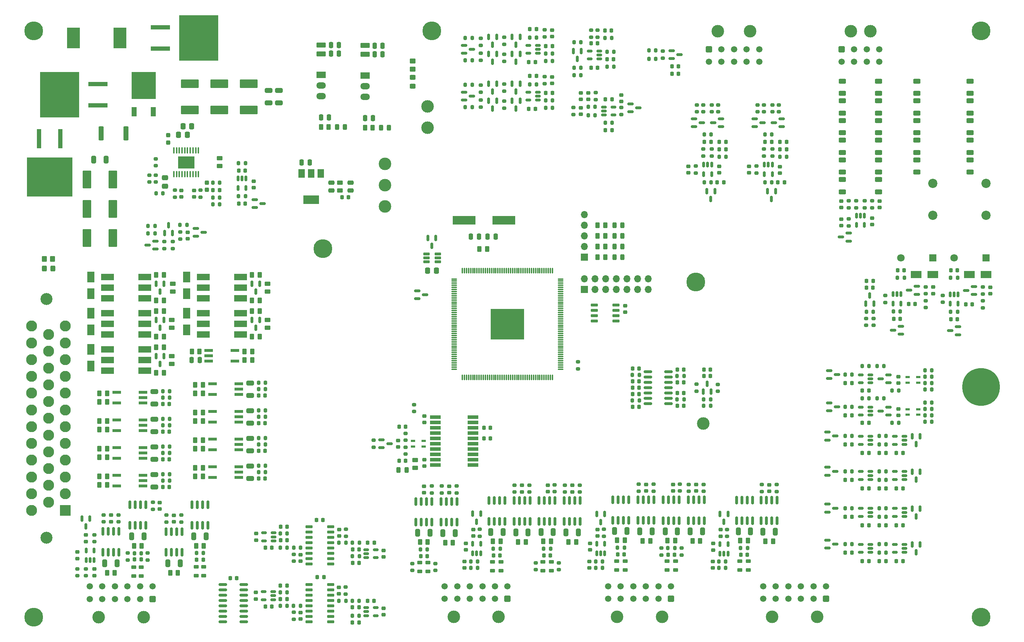
<source format=gbr>
%TF.GenerationSoftware,KiCad,Pcbnew,8.0.4*%
%TF.CreationDate,2024-11-14T11:07:33+03:00*%
%TF.ProjectId,EVD80_ControlBoard,45564438-305f-4436-9f6e-74726f6c426f,rev?*%
%TF.SameCoordinates,Original*%
%TF.FileFunction,Soldermask,Top*%
%TF.FilePolarity,Negative*%
%FSLAX46Y46*%
G04 Gerber Fmt 4.6, Leading zero omitted, Abs format (unit mm)*
G04 Created by KiCad (PCBNEW 8.0.4) date 2024-11-14 11:07:33*
%MOMM*%
%LPD*%
G01*
G04 APERTURE LIST*
G04 Aperture macros list*
%AMRoundRect*
0 Rectangle with rounded corners*
0 $1 Rounding radius*
0 $2 $3 $4 $5 $6 $7 $8 $9 X,Y pos of 4 corners*
0 Add a 4 corners polygon primitive as box body*
4,1,4,$2,$3,$4,$5,$6,$7,$8,$9,$2,$3,0*
0 Add four circle primitives for the rounded corners*
1,1,$1+$1,$2,$3*
1,1,$1+$1,$4,$5*
1,1,$1+$1,$6,$7*
1,1,$1+$1,$8,$9*
0 Add four rect primitives between the rounded corners*
20,1,$1+$1,$2,$3,$4,$5,0*
20,1,$1+$1,$4,$5,$6,$7,0*
20,1,$1+$1,$6,$7,$8,$9,0*
20,1,$1+$1,$8,$9,$2,$3,0*%
G04 Aperture macros list end*
%ADD10RoundRect,0.162500X-0.617500X-0.162500X0.617500X-0.162500X0.617500X0.162500X-0.617500X0.162500X0*%
%ADD11R,1.800000X2.500000*%
%ADD12RoundRect,0.150000X0.587500X0.150000X-0.587500X0.150000X-0.587500X-0.150000X0.587500X-0.150000X0*%
%ADD13RoundRect,0.200000X-0.200000X-0.275000X0.200000X-0.275000X0.200000X0.275000X-0.200000X0.275000X0*%
%ADD14RoundRect,0.250000X0.450000X-0.262500X0.450000X0.262500X-0.450000X0.262500X-0.450000X-0.262500X0*%
%ADD15RoundRect,0.200000X-0.275000X0.200000X-0.275000X-0.200000X0.275000X-0.200000X0.275000X0.200000X0*%
%ADD16RoundRect,0.225000X0.250000X-0.225000X0.250000X0.225000X-0.250000X0.225000X-0.250000X-0.225000X0*%
%ADD17RoundRect,0.225000X-0.250000X0.225000X-0.250000X-0.225000X0.250000X-0.225000X0.250000X0.225000X0*%
%ADD18RoundRect,0.250000X-0.262500X-0.450000X0.262500X-0.450000X0.262500X0.450000X-0.262500X0.450000X0*%
%ADD19RoundRect,0.200000X0.275000X-0.200000X0.275000X0.200000X-0.275000X0.200000X-0.275000X-0.200000X0*%
%ADD20C,3.000000*%
%ADD21RoundRect,0.200000X0.200000X0.275000X-0.200000X0.275000X-0.200000X-0.275000X0.200000X-0.275000X0*%
%ADD22RoundRect,0.150000X-0.725000X-0.150000X0.725000X-0.150000X0.725000X0.150000X-0.725000X0.150000X0*%
%ADD23RoundRect,0.250000X0.650000X-0.325000X0.650000X0.325000X-0.650000X0.325000X-0.650000X-0.325000X0*%
%ADD24RoundRect,0.150000X-0.150000X0.587500X-0.150000X-0.587500X0.150000X-0.587500X0.150000X0.587500X0*%
%ADD25RoundRect,0.250000X-0.625000X0.312500X-0.625000X-0.312500X0.625000X-0.312500X0.625000X0.312500X0*%
%ADD26RoundRect,0.250001X0.499999X0.499999X-0.499999X0.499999X-0.499999X-0.499999X0.499999X-0.499999X0*%
%ADD27C,1.500000*%
%ADD28RoundRect,0.225000X-0.225000X-0.250000X0.225000X-0.250000X0.225000X0.250000X-0.225000X0.250000X0*%
%ADD29RoundRect,0.250000X0.262500X0.450000X-0.262500X0.450000X-0.262500X-0.450000X0.262500X-0.450000X0*%
%ADD30R,1.700000X1.700000*%
%ADD31O,1.700000X1.700000*%
%ADD32RoundRect,0.250000X0.325000X0.650000X-0.325000X0.650000X-0.325000X-0.650000X0.325000X-0.650000X0*%
%ADD33RoundRect,0.225000X0.225000X0.250000X-0.225000X0.250000X-0.225000X-0.250000X0.225000X-0.250000X0*%
%ADD34RoundRect,0.150000X-0.512500X-0.150000X0.512500X-0.150000X0.512500X0.150000X-0.512500X0.150000X0*%
%ADD35RoundRect,0.150000X-0.587500X-0.150000X0.587500X-0.150000X0.587500X0.150000X-0.587500X0.150000X0*%
%ADD36R,2.000000X0.640000*%
%ADD37RoundRect,0.250000X-1.875000X0.787500X-1.875000X-0.787500X1.875000X-0.787500X1.875000X0.787500X0*%
%ADD38C,0.900000*%
%ADD39C,9.000000*%
%ADD40RoundRect,0.150000X-0.150000X0.512500X-0.150000X-0.512500X0.150000X-0.512500X0.150000X0.512500X0*%
%ADD41C,2.200000*%
%ADD42R,1.800000X1.800000*%
%ADD43C,1.800000*%
%ADD44R,1.100000X4.600000*%
%ADD45R,10.800000X9.400000*%
%ADD46R,2.500000X1.800000*%
%ADD47RoundRect,0.250000X-0.450000X0.262500X-0.450000X-0.262500X0.450000X-0.262500X0.450000X0.262500X0*%
%ADD48R,2.300000X1.500000*%
%ADD49O,2.300000X1.500000*%
%ADD50R,4.600000X1.100000*%
%ADD51R,9.400000X10.800000*%
%ADD52R,1.000000X0.500000*%
%ADD53R,3.100000X5.000000*%
%ADD54RoundRect,0.150000X0.512500X0.150000X-0.512500X0.150000X-0.512500X-0.150000X0.512500X-0.150000X0*%
%ADD55RoundRect,0.150000X-0.150000X0.825000X-0.150000X-0.825000X0.150000X-0.825000X0.150000X0.825000X0*%
%ADD56RoundRect,0.250000X-0.325000X-0.450000X0.325000X-0.450000X0.325000X0.450000X-0.325000X0.450000X0*%
%ADD57RoundRect,0.250000X-0.250000X-0.475000X0.250000X-0.475000X0.250000X0.475000X-0.250000X0.475000X0*%
%ADD58RoundRect,0.237500X-0.237500X0.300000X-0.237500X-0.300000X0.237500X-0.300000X0.237500X0.300000X0*%
%ADD59O,0.299999X1.450000*%
%ADD60O,1.450000X0.299999*%
%ADD61C,0.499999*%
%ADD62R,8.069999X7.330000*%
%ADD63RoundRect,0.150000X0.150000X-0.587500X0.150000X0.587500X-0.150000X0.587500X-0.150000X-0.587500X0*%
%ADD64RoundRect,0.243750X0.243750X0.456250X-0.243750X0.456250X-0.243750X-0.456250X0.243750X-0.456250X0*%
%ADD65R,1.200000X2.200000*%
%ADD66R,5.800000X6.400000*%
%ADD67RoundRect,0.250000X-0.787500X-1.875000X0.787500X-1.875000X0.787500X1.875000X-0.787500X1.875000X0*%
%ADD68RoundRect,0.250000X-0.650000X0.325000X-0.650000X-0.325000X0.650000X-0.325000X0.650000X0.325000X0*%
%ADD69RoundRect,0.250000X-0.850000X0.375000X-0.850000X-0.375000X0.850000X-0.375000X0.850000X0.375000X0*%
%ADD70RoundRect,0.218750X0.381250X-0.218750X0.381250X0.218750X-0.381250X0.218750X-0.381250X-0.218750X0*%
%ADD71RoundRect,0.250000X-0.325000X-0.650000X0.325000X-0.650000X0.325000X0.650000X-0.325000X0.650000X0*%
%ADD72R,3.100000X1.600000*%
%ADD73C,4.500000*%
%ADD74RoundRect,0.150000X-0.825000X-0.150000X0.825000X-0.150000X0.825000X0.150000X-0.825000X0.150000X0*%
%ADD75RoundRect,0.237500X0.237500X-0.300000X0.237500X0.300000X-0.237500X0.300000X-0.237500X-0.300000X0*%
%ADD76RoundRect,0.150000X0.150000X-0.512500X0.150000X0.512500X-0.150000X0.512500X-0.150000X-0.512500X0*%
%ADD77RoundRect,0.250000X0.475000X-0.250000X0.475000X0.250000X-0.475000X0.250000X-0.475000X-0.250000X0*%
%ADD78RoundRect,0.250000X0.337500X0.475000X-0.337500X0.475000X-0.337500X-0.475000X0.337500X-0.475000X0*%
%ADD79RoundRect,0.250000X0.250000X0.475000X-0.250000X0.475000X-0.250000X-0.475000X0.250000X-0.475000X0*%
%ADD80RoundRect,0.250001X-0.499999X-0.499999X0.499999X-0.499999X0.499999X0.499999X-0.499999X0.499999X0*%
%ADD81R,1.500000X2.000000*%
%ADD82R,3.800000X2.000000*%
%ADD83RoundRect,0.243750X-0.243750X-0.456250X0.243750X-0.456250X0.243750X0.456250X-0.243750X0.456250X0*%
%ADD84RoundRect,0.250000X-0.362500X-1.425000X0.362500X-1.425000X0.362500X1.425000X-0.362500X1.425000X0*%
%ADD85RoundRect,0.250000X0.475000X-0.337500X0.475000X0.337500X-0.475000X0.337500X-0.475000X-0.337500X0*%
%ADD86RoundRect,0.250000X-0.350000X-0.450000X0.350000X-0.450000X0.350000X0.450000X-0.350000X0.450000X0*%
%ADD87RoundRect,0.250000X-0.337500X-0.475000X0.337500X-0.475000X0.337500X0.475000X-0.337500X0.475000X0*%
%ADD88RoundRect,0.250000X-0.450000X0.350000X-0.450000X-0.350000X0.450000X-0.350000X0.450000X0.350000X0*%
%ADD89R,5.500000X2.000000*%
%ADD90RoundRect,0.250000X0.450000X-0.325000X0.450000X0.325000X-0.450000X0.325000X-0.450000X-0.325000X0*%
%ADD91RoundRect,0.218750X-0.218750X-0.256250X0.218750X-0.256250X0.218750X0.256250X-0.218750X0.256250X0*%
%ADD92R,2.500000X0.900000*%
%ADD93RoundRect,0.100000X0.100000X-0.637500X0.100000X0.637500X-0.100000X0.637500X-0.100000X-0.637500X0*%
%ADD94R,4.000000X2.850000*%
%ADD95C,2.850000*%
%ADD96R,2.625000X2.625000*%
%ADD97C,2.625000*%
G04 APERTURE END LIST*
D10*
%TO.C,D3*%
X198692000Y-138258000D03*
X198692000Y-139208000D03*
X198692000Y-140158000D03*
X201392000Y-140158000D03*
X201392000Y-139208000D03*
X201392000Y-138258000D03*
%TD*%
D11*
%TO.C,D37*%
X118618000Y-152432000D03*
X118618000Y-156432000D03*
%TD*%
D12*
%TO.C,U12*%
X134033500Y-137094000D03*
X134033500Y-135194000D03*
X132158500Y-136144000D03*
%TD*%
D13*
%TO.C,R295*%
X317625000Y-167562000D03*
X319275000Y-167562000D03*
%TD*%
D14*
%TO.C,R183*%
X137922000Y-164488500D03*
X137922000Y-162663500D03*
%TD*%
D15*
%TO.C,R279*%
X140220000Y-200595000D03*
X140220000Y-202245000D03*
%TD*%
D16*
%TO.C,C87*%
X283064000Y-118990500D03*
X283064000Y-117440500D03*
%TD*%
D17*
%TO.C,C128*%
X207794000Y-211681000D03*
X207794000Y-213231000D03*
%TD*%
D18*
%TO.C,R146*%
X143537500Y-189360000D03*
X145362500Y-189360000D03*
%TD*%
D19*
%TO.C,R79*%
X217278000Y-99377000D03*
X217278000Y-97727000D03*
%TD*%
D15*
%TO.C,R236*%
X127442000Y-209683000D03*
X127442000Y-211333000D03*
%TD*%
D19*
%TO.C,R230*%
X195342000Y-213833000D03*
X195342000Y-212183000D03*
%TD*%
D20*
%TO.C,TP1*%
X188820000Y-121876000D03*
%TD*%
D21*
%TO.C,R197*%
X304289000Y-172712000D03*
X302639000Y-172712000D03*
%TD*%
D17*
%TO.C,C227*%
X119458000Y-213497000D03*
X119458000Y-215047000D03*
%TD*%
D22*
%TO.C,U6*%
X170667000Y-217163000D03*
X170667000Y-218433000D03*
X170667000Y-219703000D03*
X170667000Y-220973000D03*
X170667000Y-222243000D03*
X170667000Y-223513000D03*
X170667000Y-224783000D03*
X170667000Y-226053000D03*
X175817000Y-226053000D03*
X175817000Y-224783000D03*
X175817000Y-223513000D03*
X175817000Y-222243000D03*
X175817000Y-220973000D03*
X175817000Y-219703000D03*
X175817000Y-218433000D03*
X175817000Y-217163000D03*
%TD*%
D23*
%TO.C,C175*%
X133782000Y-193883000D03*
X133782000Y-190933000D03*
%TD*%
D24*
%TO.C,D30*%
X316479000Y-199022500D03*
X314579000Y-199022500D03*
X315529000Y-200897500D03*
%TD*%
D19*
%TO.C,R299*%
X277730000Y-104330000D03*
X277730000Y-102680000D03*
%TD*%
D17*
%TO.C,C134*%
X239518000Y-204033000D03*
X239518000Y-205583000D03*
%TD*%
D15*
%TO.C,R24*%
X138633000Y-123058000D03*
X138633000Y-124708000D03*
%TD*%
D19*
%TO.C,R80*%
X217278000Y-88201000D03*
X217278000Y-86551000D03*
%TD*%
D15*
%TO.C,R48*%
X281286000Y-113221000D03*
X281286000Y-114871000D03*
%TD*%
D17*
%TO.C,C95*%
X235566000Y-103365000D03*
X235566000Y-104915000D03*
%TD*%
%TO.C,C129*%
X266994000Y-211667500D03*
X266994000Y-213217500D03*
%TD*%
D25*
%TO.C,R113*%
X297942000Y-101722500D03*
X297942000Y-104647500D03*
%TD*%
D19*
%TO.C,R289*%
X281286000Y-104330000D03*
X281286000Y-102680000D03*
%TD*%
D20*
%TO.C,J9*%
X131182000Y-224943000D03*
X120482000Y-224943000D03*
D26*
X133342000Y-220623000D03*
D27*
X130342000Y-220623000D03*
X127342000Y-220623000D03*
X124342000Y-220623000D03*
X121342000Y-220623000D03*
X118342000Y-220623000D03*
X133342000Y-217623000D03*
X130342000Y-217623000D03*
X127342000Y-217623000D03*
X124342000Y-217623000D03*
X121342000Y-217623000D03*
X118342000Y-217623000D03*
%TD*%
D18*
%TO.C,R169*%
X120677500Y-193424000D03*
X122502500Y-193424000D03*
%TD*%
D15*
%TO.C,R264*%
X202302000Y-193659000D03*
X202302000Y-195309000D03*
%TD*%
D25*
%TO.C,R220*%
X315722000Y-101722500D03*
X315722000Y-104647500D03*
%TD*%
D28*
%TO.C,C106*%
X237993000Y-93804500D03*
X239543000Y-93804500D03*
%TD*%
D13*
%TO.C,R33*%
X132271000Y-131572000D03*
X133921000Y-131572000D03*
%TD*%
D18*
%TO.C,R155*%
X143537500Y-178184000D03*
X145362500Y-178184000D03*
%TD*%
D29*
%TO.C,R180*%
X158900500Y-157988000D03*
X157075500Y-157988000D03*
%TD*%
D17*
%TO.C,C92*%
X237344000Y-99809000D03*
X237344000Y-101359000D03*
%TD*%
D16*
%TO.C,C209*%
X198188000Y-188935000D03*
X198188000Y-187385000D03*
%TD*%
D29*
%TO.C,R305*%
X275392500Y-206680500D03*
X273567500Y-206680500D03*
%TD*%
%TO.C,R186*%
X136040500Y-160528000D03*
X134215500Y-160528000D03*
%TD*%
D12*
%TO.C,D15*%
X283493500Y-107884000D03*
X283493500Y-105984000D03*
X281618500Y-106934000D03*
%TD*%
D16*
%TO.C,C200*%
X158017000Y-220618000D03*
X158017000Y-219068000D03*
%TD*%
D29*
%TO.C,R190*%
X136040500Y-157988000D03*
X134215500Y-157988000D03*
%TD*%
D15*
%TO.C,R281*%
X125185000Y-200576000D03*
X125185000Y-202226000D03*
%TD*%
D17*
%TO.C,C228*%
X115394000Y-209433000D03*
X115394000Y-210983000D03*
%TD*%
D30*
%TO.C,J1*%
X236375000Y-146775000D03*
D31*
X236375000Y-144235000D03*
X238915000Y-146775000D03*
X238915000Y-144235000D03*
X241455000Y-146775000D03*
X241455000Y-144235000D03*
X243995000Y-146775000D03*
X243995000Y-144235000D03*
X246535000Y-146775000D03*
X246535000Y-144235000D03*
X249075000Y-146775000D03*
X249075000Y-144235000D03*
X251615000Y-146775000D03*
X251615000Y-144235000D03*
%TD*%
D21*
%TO.C,R254*%
X182667000Y-210408000D03*
X181017000Y-210408000D03*
%TD*%
D29*
%TO.C,R89*%
X252119500Y-206784000D03*
X250294500Y-206784000D03*
%TD*%
D32*
%TO.C,C127*%
X131312000Y-205688000D03*
X128362000Y-205688000D03*
%TD*%
D20*
%TO.C,TP3*%
X188820000Y-126956000D03*
%TD*%
D33*
%TO.C,C89*%
X242945000Y-108712000D03*
X241395000Y-108712000D03*
%TD*%
D21*
%TO.C,R1*%
X266509000Y-174549000D03*
X264859000Y-174549000D03*
%TD*%
D25*
%TO.C,R210*%
X328422000Y-101722500D03*
X328422000Y-104647500D03*
%TD*%
D16*
%TO.C,C212*%
X191965000Y-184350000D03*
X191965000Y-182800000D03*
%TD*%
D15*
%TO.C,R7*%
X205858000Y-193659000D03*
X205858000Y-195309000D03*
%TD*%
D19*
%TO.C,R259*%
X234874000Y-165674000D03*
X234874000Y-164024000D03*
%TD*%
%TO.C,R274*%
X199985000Y-195309000D03*
X199985000Y-193659000D03*
%TD*%
D13*
%TO.C,R171*%
X135751000Y-192408000D03*
X137401000Y-192408000D03*
%TD*%
D24*
%TO.C,D27*%
X316479000Y-190222500D03*
X314579000Y-190222500D03*
X315529000Y-192097500D03*
%TD*%
%TO.C,D31*%
X316479000Y-207622500D03*
X314579000Y-207622500D03*
X315529000Y-209497500D03*
%TD*%
D15*
%TO.C,R28*%
X132535000Y-119442000D03*
X132535000Y-121092000D03*
%TD*%
D34*
%TO.C,U70*%
X184304500Y-208858000D03*
X184304500Y-209808000D03*
X184304500Y-210758000D03*
X186579500Y-210758000D03*
X186579500Y-208858000D03*
%TD*%
D24*
%TO.C,D21*%
X270630000Y-200343000D03*
X268730000Y-200343000D03*
X269680000Y-202218000D03*
%TD*%
D15*
%TO.C,R203*%
X331470000Y-149477000D03*
X331470000Y-151127000D03*
%TD*%
D35*
%TO.C,D8*%
X143639500Y-132149000D03*
X143639500Y-134049000D03*
X145514500Y-133099000D03*
%TD*%
D25*
%TO.C,R207*%
X328422000Y-115819500D03*
X328422000Y-118744500D03*
%TD*%
D32*
%TO.C,C117*%
X264555000Y-204506500D03*
X261605000Y-204506500D03*
%TD*%
D13*
%TO.C,R212*%
X323787000Y-143952000D03*
X325437000Y-143952000D03*
%TD*%
D29*
%TO.C,R178*%
X157122500Y-163576000D03*
X155297500Y-163576000D03*
%TD*%
D17*
%TO.C,C79*%
X141732000Y-133083000D03*
X141732000Y-134633000D03*
%TD*%
D33*
%TO.C,C206*%
X213949000Y-182305000D03*
X212399000Y-182305000D03*
%TD*%
D20*
%TO.C,TP5*%
X198980000Y-103080000D03*
%TD*%
D14*
%TO.C,R4*%
X178054000Y-123086500D03*
X178054000Y-121261500D03*
%TD*%
D36*
%TO.C,U42*%
X124790000Y-171326000D03*
X124790000Y-173866000D03*
X131090000Y-173866000D03*
X131090000Y-172596000D03*
X131090000Y-171326000D03*
%TD*%
D21*
%TO.C,R304*%
X209594000Y-86741000D03*
X207944000Y-86741000D03*
%TD*%
D24*
%TO.C,D52*%
X200942000Y-134444500D03*
X199042000Y-134444500D03*
X199992000Y-136319500D03*
%TD*%
D13*
%TO.C,R2*%
X264859000Y-173025000D03*
X266509000Y-173025000D03*
%TD*%
D37*
%TO.C,C196*%
X156250000Y-97637500D03*
X156250000Y-103862500D03*
%TD*%
D13*
%TO.C,R107*%
X180992000Y-221043000D03*
X182642000Y-221043000D03*
%TD*%
D21*
%TO.C,R54*%
X270173000Y-115062000D03*
X268523000Y-115062000D03*
%TD*%
D28*
%TO.C,C150*%
X302689000Y-185808000D03*
X304239000Y-185808000D03*
%TD*%
D13*
%TO.C,R204*%
X323787000Y-152080000D03*
X325437000Y-152080000D03*
%TD*%
D28*
%TO.C,C13*%
X258559000Y-171450000D03*
X260109000Y-171450000D03*
%TD*%
D15*
%TO.C,R229*%
X200842000Y-212183000D03*
X200842000Y-213833000D03*
%TD*%
D16*
%TO.C,C179*%
X311338000Y-169099000D03*
X311338000Y-167549000D03*
%TD*%
D19*
%TO.C,R302*%
X264776000Y-104330000D03*
X264776000Y-102680000D03*
%TD*%
D38*
%TO.C,H5*%
X327625000Y-170000000D03*
X328613515Y-167613515D03*
X328613515Y-172386485D03*
X331000000Y-166625000D03*
D39*
X331000000Y-170000000D03*
D38*
X331000000Y-173375000D03*
X333386485Y-167613515D03*
X333386485Y-172386485D03*
X334375000Y-170000000D03*
%TD*%
D19*
%TO.C,R243*%
X193743000Y-186051000D03*
X193743000Y-184401000D03*
%TD*%
D15*
%TO.C,R267*%
X223258000Y-193459000D03*
X223258000Y-195109000D03*
%TD*%
D29*
%TO.C,R85*%
X204992500Y-207184000D03*
X203167500Y-207184000D03*
%TD*%
%TO.C,R90*%
X281392500Y-206846500D03*
X279567500Y-206846500D03*
%TD*%
D16*
%TO.C,C60*%
X246126000Y-152159000D03*
X246126000Y-150609000D03*
%TD*%
D21*
%TO.C,R138*%
X308353000Y-207544000D03*
X306703000Y-207544000D03*
%TD*%
D13*
%TO.C,R133*%
X306703000Y-192176000D03*
X308353000Y-192176000D03*
%TD*%
D17*
%TO.C,C199*%
X188417000Y-222868000D03*
X188417000Y-224418000D03*
%TD*%
D40*
%TO.C,U10*%
X155636000Y-120274500D03*
X154686000Y-120274500D03*
X153736000Y-120274500D03*
X153736000Y-122549500D03*
X155636000Y-122549500D03*
%TD*%
D28*
%TO.C,C155*%
X310817000Y-211608000D03*
X312367000Y-211608000D03*
%TD*%
D18*
%TO.C,R182*%
X142724500Y-161544000D03*
X144549500Y-161544000D03*
%TD*%
D41*
%TO.C,K2*%
X319479500Y-129027500D03*
X319479500Y-121407500D03*
D42*
X319479500Y-139187500D03*
D43*
X311859500Y-139187500D03*
%TD*%
D28*
%TO.C,C102*%
X241295000Y-84914500D03*
X242845000Y-84914500D03*
%TD*%
D16*
%TO.C,C107*%
X228708000Y-97549000D03*
X228708000Y-95999000D03*
%TD*%
D33*
%TO.C,C254*%
X257893000Y-210045500D03*
X256343000Y-210045500D03*
%TD*%
D29*
%TO.C,R91*%
X198992500Y-207008000D03*
X197167500Y-207008000D03*
%TD*%
D44*
%TO.C,Q1*%
X111290000Y-110725000D03*
D45*
X108750000Y-119875000D03*
D44*
X106210000Y-110725000D03*
%TD*%
D46*
%TO.C,D44*%
X332200000Y-143190000D03*
X328200000Y-143190000D03*
%TD*%
D19*
%TO.C,R93*%
X167017000Y-225468000D03*
X167017000Y-223818000D03*
%TD*%
D33*
%TO.C,C219*%
X182617000Y-208808000D03*
X181067000Y-208808000D03*
%TD*%
D24*
%TO.C,Q15*%
X136078000Y-162638500D03*
X134178000Y-162638500D03*
X135128000Y-164513500D03*
%TD*%
D47*
%TO.C,R284*%
X196029000Y-187488500D03*
X196029000Y-189313500D03*
%TD*%
D48*
%TO.C,U2*%
X173542500Y-95553000D03*
D49*
X173542500Y-98093000D03*
X173542500Y-100633000D03*
%TD*%
D15*
%TO.C,R50*%
X266808000Y-113221000D03*
X266808000Y-114871000D03*
%TD*%
D19*
%TO.C,R292*%
X268332000Y-104330000D03*
X268332000Y-102680000D03*
%TD*%
D15*
%TO.C,R278*%
X133442000Y-197583000D03*
X133442000Y-199233000D03*
%TD*%
D19*
%TO.C,R258*%
X119458000Y-206969000D03*
X119458000Y-205319000D03*
%TD*%
D50*
%TO.C,D9*%
X135225000Y-84160000D03*
D51*
X144375000Y-86700000D03*
D50*
X135225000Y-89240000D03*
%TD*%
D15*
%TO.C,R124*%
X303276000Y-125601000D03*
X303276000Y-127251000D03*
%TD*%
D18*
%TO.C,R145*%
X120677500Y-186820000D03*
X122502500Y-186820000D03*
%TD*%
D17*
%TO.C,C135*%
X267140000Y-207397500D03*
X267140000Y-208947500D03*
%TD*%
D13*
%TO.C,R239*%
X226655000Y-208618000D03*
X228305000Y-208618000D03*
%TD*%
D16*
%TO.C,C124*%
X168617000Y-225418000D03*
X168617000Y-223868000D03*
%TD*%
D33*
%TO.C,C207*%
X213949000Y-179765000D03*
X212399000Y-179765000D03*
%TD*%
%TO.C,C252*%
X275255000Y-210080500D03*
X273705000Y-210080500D03*
%TD*%
D13*
%TO.C,R276*%
X143817000Y-209683000D03*
X145467000Y-209683000D03*
%TD*%
D32*
%TO.C,C116*%
X234955000Y-204698000D03*
X232005000Y-204698000D03*
%TD*%
D29*
%TO.C,R179*%
X157122500Y-161544000D03*
X155297500Y-161544000D03*
%TD*%
D13*
%TO.C,R275*%
X129017000Y-209712500D03*
X130667000Y-209712500D03*
%TD*%
%TO.C,R46*%
X237281000Y-103124000D03*
X238931000Y-103124000D03*
%TD*%
%TO.C,R101*%
X268455000Y-211680500D03*
X270105000Y-211680500D03*
%TD*%
D15*
%TO.C,R69*%
X226930000Y-95949000D03*
X226930000Y-97599000D03*
%TD*%
D28*
%TO.C,C220*%
X163867000Y-206608000D03*
X165417000Y-206608000D03*
%TD*%
D52*
%TO.C,L12*%
X198061000Y-184224999D03*
X198061000Y-182925001D03*
X195521000Y-182925001D03*
X195521000Y-184224999D03*
%TD*%
D25*
%TO.C,R120*%
X306578000Y-120518500D03*
X306578000Y-123443500D03*
%TD*%
D24*
%TO.C,Q8*%
X221022000Y-86438500D03*
X219122000Y-86438500D03*
X220072000Y-88313500D03*
%TD*%
D15*
%TO.C,R123*%
X299466000Y-125601000D03*
X299466000Y-127251000D03*
%TD*%
D53*
%TO.C,L7*%
X114450000Y-86700000D03*
X125550000Y-86700000D03*
%TD*%
D33*
%TO.C,C234*%
X216255000Y-210218000D03*
X214705000Y-210218000D03*
%TD*%
D28*
%TO.C,C161*%
X298625000Y-209576000D03*
X300175000Y-209576000D03*
%TD*%
D21*
%TO.C,R75*%
X224961000Y-97790000D03*
X223311000Y-97790000D03*
%TD*%
D47*
%TO.C,TH1*%
X149352000Y-115419500D03*
X149352000Y-117244500D03*
%TD*%
D21*
%TO.C,R303*%
X209594000Y-92075000D03*
X207944000Y-92075000D03*
%TD*%
D40*
%TO.C,U59*%
X325562000Y-147894500D03*
X324612000Y-147894500D03*
X323662000Y-147894500D03*
X323662000Y-150169500D03*
X325562000Y-150169500D03*
%TD*%
D52*
%TO.C,L10*%
X316037000Y-176663999D03*
X316037000Y-175364001D03*
X313497000Y-175364001D03*
X313497000Y-176663999D03*
%TD*%
D54*
%TO.C,U71*%
X162179500Y-206758000D03*
X162179500Y-205808000D03*
X162179500Y-204858000D03*
X159904500Y-204858000D03*
X159904500Y-206758000D03*
%TD*%
D33*
%TO.C,C230*%
X198855000Y-210408000D03*
X197305000Y-210408000D03*
%TD*%
D15*
%TO.C,R266*%
X261302000Y-193267500D03*
X261302000Y-194917500D03*
%TD*%
D17*
%TO.C,C83*%
X245218000Y-100317000D03*
X245218000Y-101867000D03*
%TD*%
D55*
%TO.C,U73*%
X229385000Y-197143000D03*
X228115000Y-197143000D03*
X226845000Y-197143000D03*
X225575000Y-197143000D03*
X225575000Y-202093000D03*
X226845000Y-202093000D03*
X228115000Y-202093000D03*
X229385000Y-202093000D03*
%TD*%
D21*
%TO.C,R195*%
X307845000Y-172712000D03*
X306195000Y-172712000D03*
%TD*%
D56*
%TO.C,D4*%
X107475000Y-141750000D03*
X109525000Y-141750000D03*
%TD*%
D29*
%TO.C,R260*%
X228392500Y-206818000D03*
X226567500Y-206818000D03*
%TD*%
D15*
%TO.C,R248*%
X179442000Y-203983000D03*
X179442000Y-205633000D03*
%TD*%
D21*
%TO.C,R57*%
X266617000Y-109728000D03*
X264967000Y-109728000D03*
%TD*%
D13*
%TO.C,R285*%
X317625000Y-170610000D03*
X319275000Y-170610000D03*
%TD*%
D24*
%TO.C,D12*%
X267504000Y-123268500D03*
X265604000Y-123268500D03*
X266554000Y-125143500D03*
%TD*%
D19*
%TO.C,R205*%
X331470000Y-147825000D03*
X331470000Y-146175000D03*
%TD*%
D15*
%TO.C,R70*%
X226930000Y-84773000D03*
X226930000Y-86423000D03*
%TD*%
D57*
%TO.C,C61*%
X213300000Y-134106000D03*
X215200000Y-134106000D03*
%TD*%
D18*
%TO.C,R157*%
X143537500Y-184788000D03*
X145362500Y-184788000D03*
%TD*%
%TO.C,R142*%
X120677500Y-171580000D03*
X122502500Y-171580000D03*
%TD*%
D46*
%TO.C,D46*%
X319500000Y-143190000D03*
X315500000Y-143190000D03*
%TD*%
D13*
%TO.C,R151*%
X135751000Y-171072000D03*
X137401000Y-171072000D03*
%TD*%
%TO.C,R161*%
X158611000Y-183772000D03*
X160261000Y-183772000D03*
%TD*%
D23*
%TO.C,C164*%
X156642000Y-191851000D03*
X156642000Y-188901000D03*
%TD*%
D21*
%TO.C,R71*%
X228771000Y-103378000D03*
X227121000Y-103378000D03*
%TD*%
D33*
%TO.C,C226*%
X165417000Y-203408000D03*
X163867000Y-203408000D03*
%TD*%
D18*
%TO.C,R159*%
X143537500Y-171580000D03*
X145362500Y-171580000D03*
%TD*%
D33*
%TO.C,C253*%
X228255000Y-210218000D03*
X226705000Y-210218000D03*
%TD*%
D58*
%TO.C,C73*%
X146253000Y-121242500D03*
X146253000Y-122967500D03*
%TD*%
D15*
%TO.C,R272*%
X278702000Y-193321500D03*
X278702000Y-194971500D03*
%TD*%
D13*
%TO.C,R43*%
X241345000Y-106934000D03*
X242995000Y-106934000D03*
%TD*%
D21*
%TO.C,R253*%
X165467000Y-208408000D03*
X163817000Y-208408000D03*
%TD*%
D59*
%TO.C,U7*%
X207249999Y-167725001D03*
X207749998Y-167725001D03*
X208249999Y-167725001D03*
X208749998Y-167725001D03*
X209250000Y-167725001D03*
X209749999Y-167725001D03*
X210249998Y-167725001D03*
X210749999Y-167725001D03*
X211249998Y-167725001D03*
X211750000Y-167725001D03*
X212249999Y-167725001D03*
X212749998Y-167725001D03*
X213249999Y-167725001D03*
X213749998Y-167725001D03*
X214250000Y-167725001D03*
X214749999Y-167725001D03*
X215249998Y-167725001D03*
X215749999Y-167725001D03*
X216249998Y-167725001D03*
X216750000Y-167725001D03*
X217249999Y-167725001D03*
X217749998Y-167725001D03*
X218250000Y-167725001D03*
X218749998Y-167725001D03*
X219250000Y-167725001D03*
X219749999Y-167725001D03*
X220249998Y-167725001D03*
X220750000Y-167725001D03*
X221249999Y-167725001D03*
X221749998Y-167725001D03*
X222249999Y-167725001D03*
X222749998Y-167725001D03*
X223250000Y-167725001D03*
X223749999Y-167725001D03*
X224249998Y-167725001D03*
X224749999Y-167725001D03*
X225249998Y-167725001D03*
X225750000Y-167725001D03*
X226249999Y-167725001D03*
X226749998Y-167725001D03*
X227249999Y-167725001D03*
X227749998Y-167725001D03*
X228250000Y-167725001D03*
X228749999Y-167725001D03*
D60*
X230724999Y-165750001D03*
X230724999Y-165250002D03*
X230724999Y-164750001D03*
X230724999Y-164250002D03*
X230724999Y-163750000D03*
X230724999Y-163250001D03*
X230724999Y-162750002D03*
X230724999Y-162250001D03*
X230724999Y-161750002D03*
X230724999Y-161250000D03*
X230724999Y-160750001D03*
X230724999Y-160250002D03*
X230724999Y-159750001D03*
X230724999Y-159250002D03*
X230724999Y-158750000D03*
X230724999Y-158250001D03*
X230724999Y-157750002D03*
X230724999Y-157250001D03*
X230724999Y-156750002D03*
X230724999Y-156250000D03*
X230724999Y-155750001D03*
X230724999Y-155250002D03*
X230724999Y-154750000D03*
X230724999Y-154250002D03*
X230724999Y-153750000D03*
X230724999Y-153250001D03*
X230724999Y-152750002D03*
X230724999Y-152250000D03*
X230724999Y-151750001D03*
X230724999Y-151250002D03*
X230724999Y-150750001D03*
X230724999Y-150250002D03*
X230724999Y-149750000D03*
X230724999Y-149250001D03*
X230724999Y-148750002D03*
X230724999Y-148250001D03*
X230724999Y-147750002D03*
X230724999Y-147250000D03*
X230724999Y-146750001D03*
X230724999Y-146250002D03*
X230724999Y-145750001D03*
X230724999Y-145250002D03*
X230724999Y-144750000D03*
X230724999Y-144250001D03*
D59*
X228749999Y-142275001D03*
X228250000Y-142275001D03*
X227749998Y-142275001D03*
X227249999Y-142275001D03*
X226749998Y-142275001D03*
X226249999Y-142275001D03*
X225750000Y-142275001D03*
X225249998Y-142275001D03*
X224749999Y-142275001D03*
X224249998Y-142275001D03*
X223749999Y-142275001D03*
X223250000Y-142275001D03*
X222749998Y-142275001D03*
X222249999Y-142275001D03*
X221749998Y-142275001D03*
X221249999Y-142275001D03*
X220750000Y-142275001D03*
X220249998Y-142275001D03*
X219749999Y-142275001D03*
X219250000Y-142275001D03*
X218749998Y-142275001D03*
X218250000Y-142275001D03*
X217749998Y-142275001D03*
X217249999Y-142275001D03*
X216750000Y-142275001D03*
X216249998Y-142275001D03*
X215749999Y-142275001D03*
X215249998Y-142275001D03*
X214749999Y-142275001D03*
X214250000Y-142275001D03*
X213749998Y-142275001D03*
X213249999Y-142275001D03*
X212749998Y-142275001D03*
X212249999Y-142275001D03*
X211750000Y-142275001D03*
X211249998Y-142275001D03*
X210749999Y-142275001D03*
X210249998Y-142275001D03*
X209749999Y-142275001D03*
X209250000Y-142275001D03*
X208749998Y-142275001D03*
X208249999Y-142275001D03*
X207749998Y-142275001D03*
X207249999Y-142275001D03*
D60*
X205274999Y-144250001D03*
X205274999Y-144750000D03*
X205274999Y-145250002D03*
X205274999Y-145750001D03*
X205274999Y-146250002D03*
X205274999Y-146750001D03*
X205274999Y-147250000D03*
X205274999Y-147750002D03*
X205274999Y-148250001D03*
X205274999Y-148750002D03*
X205274999Y-149250001D03*
X205274999Y-149750000D03*
X205274999Y-150250002D03*
X205274999Y-150750001D03*
X205274999Y-151250002D03*
X205274999Y-151750001D03*
X205274999Y-152250000D03*
X205274999Y-152750002D03*
X205274999Y-153250001D03*
X205274999Y-153750000D03*
X205274999Y-154250002D03*
X205274999Y-154750000D03*
X205274999Y-155250002D03*
X205274999Y-155750001D03*
X205274999Y-156250000D03*
X205274999Y-156750002D03*
X205274999Y-157250001D03*
X205274999Y-157750002D03*
X205274999Y-158250001D03*
X205274999Y-158750000D03*
X205274999Y-159250002D03*
X205274999Y-159750001D03*
X205274999Y-160250002D03*
X205274999Y-160750001D03*
X205274999Y-161250000D03*
X205274999Y-161750002D03*
X205274999Y-162250001D03*
X205274999Y-162750002D03*
X205274999Y-163250001D03*
X205274999Y-163750000D03*
X205274999Y-164250002D03*
X205274999Y-164750001D03*
X205274999Y-165250002D03*
X205274999Y-165750001D03*
D61*
X214699999Y-158300001D03*
X215799999Y-158300001D03*
X216900000Y-158300001D03*
X218000000Y-158300001D03*
X219099998Y-158300001D03*
X220199998Y-158300001D03*
X221299998Y-158300001D03*
X214699999Y-157200001D03*
X215799999Y-157200001D03*
X216900000Y-157200001D03*
X218000000Y-157200001D03*
X219099998Y-157200001D03*
X220199998Y-157200001D03*
X221299998Y-157200001D03*
X214699999Y-156100000D03*
X215799999Y-156100000D03*
X216900000Y-156100000D03*
X218000000Y-156100000D03*
X219099998Y-156100000D03*
X220199998Y-156100000D03*
X221299998Y-156100000D03*
X214699999Y-155000000D03*
X215799999Y-155000000D03*
X216900000Y-155000000D03*
X218000000Y-155000000D03*
D62*
X218000000Y-155000000D03*
D61*
X219099998Y-155000000D03*
X220199998Y-155000000D03*
X221299998Y-155000000D03*
X214699999Y-153900002D03*
X215799999Y-153900002D03*
X216900000Y-153900002D03*
X218000000Y-153900002D03*
X219099998Y-153900002D03*
X220199998Y-153900002D03*
X221299998Y-153900002D03*
X214699999Y-152800002D03*
X215799999Y-152800002D03*
X216900000Y-152800002D03*
X218000000Y-152800002D03*
X219099998Y-152800002D03*
X220199998Y-152800002D03*
X221299998Y-152800002D03*
X214699999Y-151700002D03*
X215799999Y-151700002D03*
X216900000Y-151700002D03*
X218000000Y-151700002D03*
X219099998Y-151700002D03*
X220199998Y-151700002D03*
X221299998Y-151700002D03*
%TD*%
D15*
%TO.C,R261*%
X235258000Y-193459000D03*
X235258000Y-195109000D03*
%TD*%
D19*
%TO.C,R40*%
X245218000Y-104965000D03*
X245218000Y-103315000D03*
%TD*%
D15*
%TO.C,R64*%
X239530000Y-84851500D03*
X239530000Y-86501500D03*
%TD*%
D13*
%TO.C,R137*%
X306703000Y-200976000D03*
X308353000Y-200976000D03*
%TD*%
D34*
%TO.C,U28*%
X184279500Y-222693000D03*
X184279500Y-223643000D03*
X184279500Y-224593000D03*
X186554500Y-224593000D03*
X186554500Y-222693000D03*
%TD*%
D24*
%TO.C,Q6*%
X221022000Y-90502500D03*
X219122000Y-90502500D03*
X220072000Y-92377500D03*
%TD*%
D15*
%TO.C,R49*%
X279254000Y-113221000D03*
X279254000Y-114871000D03*
%TD*%
D63*
%TO.C,Q2*%
X136210000Y-133271500D03*
X138110000Y-133271500D03*
X137160000Y-131396500D03*
%TD*%
D21*
%TO.C,R128*%
X260159000Y-167386000D03*
X258509000Y-167386000D03*
%TD*%
%TO.C,R53*%
X284651000Y-115062000D03*
X283001000Y-115062000D03*
%TD*%
D32*
%TO.C,C115*%
X205555000Y-204898000D03*
X202605000Y-204898000D03*
%TD*%
D24*
%TO.C,D22*%
X241230000Y-200376500D03*
X239330000Y-200376500D03*
X240280000Y-202251500D03*
%TD*%
D18*
%TO.C,R147*%
X143537500Y-191392000D03*
X145362500Y-191392000D03*
%TD*%
D12*
%TO.C,Q19*%
X315694500Y-147892000D03*
X315694500Y-145992000D03*
X313819500Y-146942000D03*
%TD*%
D21*
%TO.C,R227*%
X182642000Y-224643000D03*
X180992000Y-224643000D03*
%TD*%
D64*
%TO.C,D50*%
X245463500Y-131448000D03*
X243588500Y-131448000D03*
%TD*%
D13*
%TO.C,R95*%
X177792000Y-221043000D03*
X179442000Y-221043000D03*
%TD*%
D65*
%TO.C,Q3*%
X128920000Y-104350000D03*
D66*
X131200000Y-98050000D03*
D65*
X133480000Y-104350000D03*
%TD*%
D23*
%TO.C,C174*%
X133782000Y-180675000D03*
X133782000Y-177725000D03*
%TD*%
D28*
%TO.C,C105*%
X257270000Y-95250000D03*
X258820000Y-95250000D03*
%TD*%
%TO.C,C217*%
X172467000Y-201808000D03*
X174017000Y-201808000D03*
%TD*%
D67*
%TO.C,C65*%
X117637500Y-127500000D03*
X123862500Y-127500000D03*
%TD*%
D14*
%TO.C,R174*%
X160782000Y-155852500D03*
X160782000Y-154027500D03*
%TD*%
D28*
%TO.C,C152*%
X298625000Y-183776000D03*
X300175000Y-183776000D03*
%TD*%
D15*
%TO.C,R206*%
X321869000Y-148149000D03*
X321869000Y-149799000D03*
%TD*%
D19*
%TO.C,R242*%
X259118000Y-194870500D03*
X259118000Y-193220500D03*
%TD*%
D21*
%TO.C,R199*%
X300225000Y-174744000D03*
X298575000Y-174744000D03*
%TD*%
D24*
%TO.C,Q14*%
X158938000Y-145366500D03*
X157038000Y-145366500D03*
X157988000Y-147241500D03*
%TD*%
D35*
%TO.C,D28*%
X294398500Y-180794000D03*
X294398500Y-182694000D03*
X296273500Y-181744000D03*
%TD*%
D13*
%TO.C,R58*%
X251759000Y-91694000D03*
X253409000Y-91694000D03*
%TD*%
D35*
%TO.C,D6*%
X157736500Y-125291000D03*
X157736500Y-127191000D03*
X159611500Y-126241000D03*
%TD*%
D13*
%TO.C,R9*%
X247841000Y-167132000D03*
X249491000Y-167132000D03*
%TD*%
D33*
%TO.C,C94*%
X270123000Y-113284000D03*
X268573000Y-113284000D03*
%TD*%
D40*
%TO.C,U15*%
X266742000Y-116972500D03*
X265792000Y-116972500D03*
X264842000Y-116972500D03*
X264842000Y-119247500D03*
X266742000Y-119247500D03*
%TD*%
D15*
%TO.C,R269*%
X282258000Y-193321500D03*
X282258000Y-194971500D03*
%TD*%
D55*
%TO.C,U22*%
X264985000Y-196951500D03*
X263715000Y-196951500D03*
X262445000Y-196951500D03*
X261175000Y-196951500D03*
X261175000Y-201901500D03*
X262445000Y-201901500D03*
X263715000Y-201901500D03*
X264985000Y-201901500D03*
%TD*%
D25*
%TO.C,R209*%
X328422000Y-106421500D03*
X328422000Y-109346500D03*
%TD*%
D68*
%TO.C,C81*%
X161000000Y-99275000D03*
X161000000Y-102225000D03*
%TD*%
D21*
%TO.C,R66*%
X235529000Y-95582500D03*
X233879000Y-95582500D03*
%TD*%
D15*
%TO.C,R216*%
X308204000Y-148218000D03*
X308204000Y-149868000D03*
%TD*%
D28*
%TO.C,C185*%
X323837000Y-153858000D03*
X325387000Y-153858000D03*
%TD*%
D15*
%TO.C,R45*%
X262998000Y-117285000D03*
X262998000Y-118935000D03*
%TD*%
D33*
%TO.C,C99*%
X284601000Y-111506000D03*
X283051000Y-111506000D03*
%TD*%
D54*
%TO.C,U40*%
X304601500Y-200910000D03*
X304601500Y-199960000D03*
X304601500Y-199010000D03*
X302326500Y-199010000D03*
X302326500Y-200910000D03*
%TD*%
D24*
%TO.C,Q11*%
X215434000Y-86438500D03*
X213534000Y-86438500D03*
X214484000Y-88313500D03*
%TD*%
D18*
%TO.C,R226*%
X239549500Y-131448000D03*
X241374500Y-131448000D03*
%TD*%
D12*
%TO.C,D13*%
X269015500Y-107884000D03*
X269015500Y-105984000D03*
X267140500Y-106934000D03*
%TD*%
D69*
%TO.C,L2*%
X184042500Y-88475000D03*
X184042500Y-90625000D03*
%TD*%
D16*
%TO.C,C216*%
X168642000Y-211583000D03*
X168642000Y-210033000D03*
%TD*%
D33*
%TO.C,C188*%
X305262000Y-144713000D03*
X303712000Y-144713000D03*
%TD*%
D13*
%TO.C,R162*%
X158611000Y-170564000D03*
X160261000Y-170564000D03*
%TD*%
D25*
%TO.C,R221*%
X315722000Y-97023500D03*
X315722000Y-99948500D03*
%TD*%
D29*
%TO.C,R87*%
X263992500Y-206792500D03*
X262167500Y-206792500D03*
%TD*%
D28*
%TO.C,C109*%
X227171000Y-99822000D03*
X228721000Y-99822000D03*
%TD*%
D41*
%TO.C,K1*%
X332179500Y-129027500D03*
X332179500Y-121407500D03*
D42*
X332179500Y-139187500D03*
D43*
X324559500Y-139187500D03*
%TD*%
D33*
%TO.C,C165*%
X137351000Y-174120000D03*
X135801000Y-174120000D03*
%TD*%
D25*
%TO.C,R115*%
X297942000Y-106421500D03*
X297942000Y-109346500D03*
%TD*%
D21*
%TO.C,R109*%
X165442000Y-222243000D03*
X163792000Y-222243000D03*
%TD*%
D13*
%TO.C,R139*%
X306703000Y-209576000D03*
X308353000Y-209576000D03*
%TD*%
D28*
%TO.C,C203*%
X181042000Y-226243000D03*
X182592000Y-226243000D03*
%TD*%
D21*
%TO.C,R136*%
X308353000Y-198944000D03*
X306703000Y-198944000D03*
%TD*%
D70*
%TO.C,L24*%
X226480000Y-213880500D03*
X226480000Y-211755500D03*
%TD*%
D55*
%TO.C,U75*%
X259023000Y-196970500D03*
X257753000Y-196970500D03*
X256483000Y-196970500D03*
X255213000Y-196970500D03*
X255213000Y-201920500D03*
X256483000Y-201920500D03*
X257753000Y-201920500D03*
X259023000Y-201920500D03*
%TD*%
D18*
%TO.C,R156*%
X143537500Y-182756000D03*
X145362500Y-182756000D03*
%TD*%
D37*
%TO.C,C195*%
X149250000Y-97637500D03*
X149250000Y-103862500D03*
%TD*%
D15*
%TO.C,R82*%
X211690000Y-101537000D03*
X211690000Y-103187000D03*
%TD*%
D36*
%TO.C,U46*%
X147650000Y-182502000D03*
X147650000Y-185042000D03*
X153950000Y-185042000D03*
X153950000Y-183772000D03*
X153950000Y-182502000D03*
%TD*%
D18*
%TO.C,R154*%
X143537500Y-176152000D03*
X145362500Y-176152000D03*
%TD*%
D13*
%TO.C,R237*%
X244255000Y-208418000D03*
X245905000Y-208418000D03*
%TD*%
D33*
%TO.C,C86*%
X242945000Y-101346000D03*
X241395000Y-101346000D03*
%TD*%
%TO.C,C85*%
X269615000Y-121158000D03*
X268065000Y-121158000D03*
%TD*%
D29*
%TO.C,R189*%
X136040500Y-166624000D03*
X134215500Y-166624000D03*
%TD*%
D33*
%TO.C,C104*%
X239543000Y-87962500D03*
X237993000Y-87962500D03*
%TD*%
D21*
%TO.C,R100*%
X270105000Y-213204500D03*
X268455000Y-213204500D03*
%TD*%
D25*
%TO.C,R121*%
X297942000Y-120518500D03*
X297942000Y-123443500D03*
%TD*%
D21*
%TO.C,R104*%
X240705000Y-213218000D03*
X239055000Y-213218000D03*
%TD*%
D15*
%TO.C,R25*%
X134061000Y-115565000D03*
X134061000Y-117215000D03*
%TD*%
D20*
%TO.C,J5*%
X254882000Y-224928000D03*
X244182000Y-224928000D03*
D26*
X257042000Y-220608000D03*
D27*
X254042000Y-220608000D03*
X251042000Y-220608000D03*
X248042000Y-220608000D03*
X245042000Y-220608000D03*
X242042000Y-220608000D03*
X257042000Y-217608000D03*
X254042000Y-217608000D03*
X251042000Y-217608000D03*
X248042000Y-217608000D03*
X245042000Y-217608000D03*
X242042000Y-217608000D03*
%TD*%
D33*
%TO.C,C96*%
X281045000Y-111506000D03*
X279495000Y-111506000D03*
%TD*%
D13*
%TO.C,R105*%
X239055000Y-211694000D03*
X240705000Y-211694000D03*
%TD*%
D18*
%TO.C,R143*%
X120677500Y-173612000D03*
X122502500Y-173612000D03*
%TD*%
D71*
%TO.C,C67*%
X119275000Y-115750000D03*
X122225000Y-115750000D03*
%TD*%
D23*
%TO.C,C169*%
X156642000Y-185247000D03*
X156642000Y-182297000D03*
%TD*%
D63*
%TO.C,U4*%
X264734000Y-171117500D03*
X266634000Y-171117500D03*
X265684000Y-169242500D03*
%TD*%
D19*
%TO.C,R102*%
X211442000Y-205633000D03*
X211442000Y-203983000D03*
%TD*%
D11*
%TO.C,D34*%
X141478000Y-152432000D03*
X141478000Y-156432000D03*
%TD*%
D12*
%TO.C,D43*%
X325549500Y-157544000D03*
X325549500Y-155644000D03*
X323674500Y-156594000D03*
%TD*%
D13*
%TO.C,R297*%
X317625000Y-175252000D03*
X319275000Y-175252000D03*
%TD*%
D29*
%TO.C,R282*%
X245992500Y-206618000D03*
X244167500Y-206618000D03*
%TD*%
D72*
%TO.C,U55*%
X131445000Y-148844000D03*
X131445000Y-146304000D03*
X131445000Y-143764000D03*
X122555000Y-143764000D03*
X122555000Y-146304000D03*
X122555000Y-148844000D03*
%TD*%
D28*
%TO.C,C198*%
X163842000Y-220643000D03*
X165392000Y-220643000D03*
%TD*%
%TO.C,C101*%
X241803000Y-91772500D03*
X243353000Y-91772500D03*
%TD*%
D33*
%TO.C,C97*%
X266567000Y-111506000D03*
X265017000Y-111506000D03*
%TD*%
D35*
%TO.C,D10*%
X247398500Y-102431000D03*
X247398500Y-104331000D03*
X249273500Y-103381000D03*
%TD*%
D28*
%TO.C,C110*%
X227171000Y-88646000D03*
X228721000Y-88646000D03*
%TD*%
D15*
%TO.C,R277*%
X136664000Y-200595000D03*
X136664000Y-202245000D03*
%TD*%
D21*
%TO.C,R134*%
X300225000Y-181744000D03*
X298575000Y-181744000D03*
%TD*%
D25*
%TO.C,R219*%
X315722000Y-106421500D03*
X315722000Y-109346500D03*
%TD*%
D13*
%TO.C,R250*%
X177817000Y-207208000D03*
X179467000Y-207208000D03*
%TD*%
D17*
%TO.C,C122*%
X177817000Y-217868000D03*
X177817000Y-219418000D03*
%TD*%
D13*
%TO.C,R99*%
X209255000Y-211694000D03*
X210905000Y-211694000D03*
%TD*%
D35*
%TO.C,D32*%
X294398500Y-197994000D03*
X294398500Y-199894000D03*
X296273500Y-198944000D03*
%TD*%
D19*
%TO.C,R3*%
X268224000Y-171056000D03*
X268224000Y-169406000D03*
%TD*%
D21*
%TO.C,R140*%
X300225000Y-198944000D03*
X298575000Y-198944000D03*
%TD*%
D57*
%TO.C,C3*%
X186327500Y-88534000D03*
X188227500Y-88534000D03*
%TD*%
D16*
%TO.C,C222*%
X158042000Y-206583000D03*
X158042000Y-205033000D03*
%TD*%
D73*
%TO.C,H7*%
X263000000Y-145000000D03*
%TD*%
D19*
%TO.C,R231*%
X224742000Y-213633000D03*
X224742000Y-211983000D03*
%TD*%
%TO.C,R235*%
X132142000Y-211333000D03*
X132142000Y-209683000D03*
%TD*%
D24*
%TO.C,Q5*%
X221022000Y-101678500D03*
X219122000Y-101678500D03*
X220072000Y-103553500D03*
%TD*%
D15*
%TO.C,R55*%
X233788000Y-103315000D03*
X233788000Y-104965000D03*
%TD*%
D13*
%TO.C,R31*%
X147714000Y-124772000D03*
X149364000Y-124772000D03*
%TD*%
D54*
%TO.C,U37*%
X304601500Y-192110000D03*
X304601500Y-191160000D03*
X304601500Y-190210000D03*
X302326500Y-190210000D03*
X302326500Y-192110000D03*
%TD*%
D28*
%TO.C,C10*%
X264922000Y-165862000D03*
X266472000Y-165862000D03*
%TD*%
D25*
%TO.C,R217*%
X315722000Y-115819500D03*
X315722000Y-118744500D03*
%TD*%
D33*
%TO.C,C211*%
X193743000Y-179511000D03*
X192193000Y-179511000D03*
%TD*%
D15*
%TO.C,R257*%
X117426000Y-213447000D03*
X117426000Y-215097000D03*
%TD*%
D68*
%TO.C,C82*%
X163500000Y-99275000D03*
X163500000Y-102225000D03*
%TD*%
D33*
%TO.C,C72*%
X149314000Y-122994000D03*
X147764000Y-122994000D03*
%TD*%
D17*
%TO.C,C235*%
X198080000Y-193709000D03*
X198080000Y-195259000D03*
%TD*%
D29*
%TO.C,R97*%
X130754500Y-207974000D03*
X128929500Y-207974000D03*
%TD*%
D13*
%TO.C,R165*%
X158611000Y-169040000D03*
X160261000Y-169040000D03*
%TD*%
D25*
%TO.C,R211*%
X328422000Y-97023500D03*
X328422000Y-99948500D03*
%TD*%
D36*
%TO.C,U43*%
X124790000Y-184534000D03*
X124790000Y-187074000D03*
X131090000Y-187074000D03*
X131090000Y-185804000D03*
X131090000Y-184534000D03*
%TD*%
D74*
%TO.C,U5*%
X251525000Y-166370000D03*
X251525000Y-167640000D03*
X251525000Y-168910000D03*
X251525000Y-170180000D03*
X251525000Y-171450000D03*
X251525000Y-172720000D03*
X251525000Y-173990000D03*
X256475000Y-173990000D03*
X256475000Y-172720000D03*
X256475000Y-171450000D03*
X256475000Y-170180000D03*
X256475000Y-168910000D03*
X256475000Y-167640000D03*
X256475000Y-166370000D03*
%TD*%
D15*
%TO.C,R21*%
X134112000Y-119442000D03*
X134112000Y-121092000D03*
%TD*%
D28*
%TO.C,C181*%
X302689000Y-170864000D03*
X304239000Y-170864000D03*
%TD*%
D55*
%TO.C,U74*%
X246985000Y-196943000D03*
X245715000Y-196943000D03*
X244445000Y-196943000D03*
X243175000Y-196943000D03*
X243175000Y-201893000D03*
X244445000Y-201893000D03*
X245715000Y-201893000D03*
X246985000Y-201893000D03*
%TD*%
D18*
%TO.C,R166*%
X120677500Y-178184000D03*
X122502500Y-178184000D03*
%TD*%
D21*
%TO.C,R73*%
X228771000Y-92199000D03*
X227121000Y-92199000D03*
%TD*%
D15*
%TO.C,R280*%
X121629000Y-200576000D03*
X121629000Y-202226000D03*
%TD*%
D19*
%TO.C,R245*%
X186123000Y-184400000D03*
X186123000Y-182750000D03*
%TD*%
D23*
%TO.C,C162*%
X133782000Y-174071000D03*
X133782000Y-171121000D03*
%TD*%
D33*
%TO.C,C176*%
X137351000Y-180724000D03*
X135801000Y-180724000D03*
%TD*%
D24*
%TO.C,D11*%
X281982000Y-123268500D03*
X280082000Y-123268500D03*
X281032000Y-125143500D03*
%TD*%
D22*
%TO.C,U33*%
X170667000Y-203363000D03*
X170667000Y-204633000D03*
X170667000Y-205903000D03*
X170667000Y-207173000D03*
X170667000Y-208443000D03*
X170667000Y-209713000D03*
X170667000Y-210983000D03*
X170667000Y-212253000D03*
X175817000Y-212253000D03*
X175817000Y-210983000D03*
X175817000Y-209713000D03*
X175817000Y-208443000D03*
X175817000Y-207173000D03*
X175817000Y-205903000D03*
X175817000Y-204633000D03*
X175817000Y-203363000D03*
%TD*%
D13*
%TO.C,R193*%
X309751000Y-178554000D03*
X311401000Y-178554000D03*
%TD*%
D29*
%TO.C,R88*%
X222392500Y-206984000D03*
X220567500Y-206984000D03*
%TD*%
D33*
%TO.C,C237*%
X145417000Y-211283000D03*
X143867000Y-211283000D03*
%TD*%
D36*
%TO.C,U44*%
X147650000Y-189106000D03*
X147650000Y-191646000D03*
X153950000Y-191646000D03*
X153950000Y-190376000D03*
X153950000Y-189106000D03*
%TD*%
D25*
%TO.C,R117*%
X297942000Y-111120500D03*
X297942000Y-114045500D03*
%TD*%
D15*
%TO.C,R126*%
X299466000Y-129919000D03*
X299466000Y-131569000D03*
%TD*%
D21*
%TO.C,R106*%
X168642000Y-222243000D03*
X166992000Y-222243000D03*
%TD*%
D75*
%TO.C,C78*%
X137033000Y-111667500D03*
X137033000Y-109942500D03*
%TD*%
D28*
%TO.C,C225*%
X181067000Y-212008000D03*
X182617000Y-212008000D03*
%TD*%
D72*
%TO.C,U54*%
X131445000Y-157480000D03*
X131445000Y-154940000D03*
X131445000Y-152400000D03*
X122555000Y-152400000D03*
X122555000Y-154940000D03*
X122555000Y-157480000D03*
%TD*%
D57*
%TO.C,C8*%
X184042500Y-105806000D03*
X185942500Y-105806000D03*
%TD*%
D16*
%TO.C,C218*%
X263080000Y-194867500D03*
X263080000Y-193317500D03*
%TD*%
D20*
%TO.C,TP4*%
X264766000Y-178772000D03*
%TD*%
D15*
%TO.C,R125*%
X301244000Y-125601000D03*
X301244000Y-127251000D03*
%TD*%
%TO.C,R52*%
X239122000Y-99759000D03*
X239122000Y-101409000D03*
%TD*%
D29*
%TO.C,R283*%
X258030500Y-206645500D03*
X256205500Y-206645500D03*
%TD*%
D70*
%TO.C,L26*%
X256118000Y-213708000D03*
X256118000Y-211583000D03*
%TD*%
D64*
%TO.C,D2*%
X189727500Y-108092000D03*
X187852500Y-108092000D03*
%TD*%
D19*
%TO.C,R290*%
X282810000Y-104330000D03*
X282810000Y-102680000D03*
%TD*%
D35*
%TO.C,D14*%
X262568500Y-105984000D03*
X262568500Y-107884000D03*
X264443500Y-106934000D03*
%TD*%
D13*
%TO.C,R41*%
X279445000Y-121158000D03*
X281095000Y-121158000D03*
%TD*%
D19*
%TO.C,R241*%
X229280000Y-195043000D03*
X229280000Y-193393000D03*
%TD*%
D21*
%TO.C,R56*%
X281095000Y-109728000D03*
X279445000Y-109728000D03*
%TD*%
D15*
%TO.C,R265*%
X231702000Y-193459000D03*
X231702000Y-195109000D03*
%TD*%
D16*
%TO.C,C90*%
X275698000Y-118885000D03*
X275698000Y-117335000D03*
%TD*%
D25*
%TO.C,R116*%
X306578000Y-111120500D03*
X306578000Y-114045500D03*
%TD*%
D13*
%TO.C,R22*%
X134176000Y-123759000D03*
X135826000Y-123759000D03*
%TD*%
D33*
%TO.C,C113*%
X224911000Y-95758000D03*
X223361000Y-95758000D03*
%TD*%
D21*
%TO.C,R135*%
X300225000Y-190144000D03*
X298575000Y-190144000D03*
%TD*%
D28*
%TO.C,C151*%
X302689000Y-194208000D03*
X304239000Y-194208000D03*
%TD*%
D21*
%TO.C,R61*%
X253409000Y-89662000D03*
X251759000Y-89662000D03*
%TD*%
D17*
%TO.C,C255*%
X227680000Y-193443000D03*
X227680000Y-194993000D03*
%TD*%
D21*
%TO.C,R29*%
X155511000Y-124460000D03*
X153861000Y-124460000D03*
%TD*%
%TO.C,R198*%
X300225000Y-167054000D03*
X298575000Y-167054000D03*
%TD*%
D33*
%TO.C,C171*%
X160211000Y-178692000D03*
X158661000Y-178692000D03*
%TD*%
D13*
%TO.C,R42*%
X264967000Y-121158000D03*
X266617000Y-121158000D03*
%TD*%
D25*
%TO.C,R119*%
X297942000Y-115819500D03*
X297942000Y-118744500D03*
%TD*%
D13*
%TO.C,R255*%
X163817000Y-205008000D03*
X165467000Y-205008000D03*
%TD*%
D76*
%TO.C,U61*%
X268730000Y-209818000D03*
X269680000Y-209818000D03*
X270630000Y-209818000D03*
X270630000Y-207543000D03*
X268730000Y-207543000D03*
%TD*%
D18*
%TO.C,R144*%
X120677500Y-184788000D03*
X122502500Y-184788000D03*
%TD*%
D67*
%TO.C,C66*%
X117637500Y-134500000D03*
X123862500Y-134500000D03*
%TD*%
D70*
%TO.C,L17*%
X128826000Y-215132500D03*
X128826000Y-213007500D03*
%TD*%
D17*
%TO.C,C186*%
X333248000Y-146225000D03*
X333248000Y-147775000D03*
%TD*%
D16*
%TO.C,C88*%
X268586000Y-118885000D03*
X268586000Y-117335000D03*
%TD*%
D13*
%TO.C,R228*%
X163792000Y-219043000D03*
X165442000Y-219043000D03*
%TD*%
D32*
%TO.C,C121*%
X199555000Y-204808000D03*
X196605000Y-204808000D03*
%TD*%
D28*
%TO.C,C187*%
X327393000Y-150302000D03*
X328943000Y-150302000D03*
%TD*%
D35*
%TO.C,D16*%
X277046500Y-105984000D03*
X277046500Y-107884000D03*
X278921500Y-106934000D03*
%TD*%
D14*
%TO.C,R184*%
X137922000Y-155852500D03*
X137922000Y-154027500D03*
%TD*%
D24*
%TO.C,D26*%
X316479000Y-181822500D03*
X314579000Y-181822500D03*
X315529000Y-183697500D03*
%TD*%
D21*
%TO.C,R294*%
X209594000Y-97917000D03*
X207944000Y-97917000D03*
%TD*%
D15*
%TO.C,R30*%
X144729000Y-123058000D03*
X144729000Y-124708000D03*
%TD*%
D24*
%TO.C,Q17*%
X136078000Y-145366500D03*
X134178000Y-145366500D03*
X135128000Y-147241500D03*
%TD*%
D21*
%TO.C,R196*%
X304289000Y-165022000D03*
X302639000Y-165022000D03*
%TD*%
D12*
%TO.C,D40*%
X308973500Y-176710000D03*
X308973500Y-174810000D03*
X307098500Y-175760000D03*
%TD*%
%TO.C,D24*%
X299438500Y-135192000D03*
X299438500Y-133292000D03*
X297563500Y-134242000D03*
%TD*%
D70*
%TO.C,L21*%
X275480000Y-213743000D03*
X275480000Y-211618000D03*
%TD*%
D29*
%TO.C,R181*%
X158900500Y-149352000D03*
X157075500Y-149352000D03*
%TD*%
D70*
%TO.C,L13*%
X197080000Y-214070500D03*
X197080000Y-211945500D03*
%TD*%
D21*
%TO.C,R10*%
X260159000Y-172974000D03*
X258509000Y-172974000D03*
%TD*%
D19*
%TO.C,R200*%
X305376000Y-155317000D03*
X305376000Y-153667000D03*
%TD*%
D33*
%TO.C,C177*%
X137351000Y-193932000D03*
X135801000Y-193932000D03*
%TD*%
D16*
%TO.C,C144*%
X204080000Y-195259000D03*
X204080000Y-193709000D03*
%TD*%
D33*
%TO.C,C194*%
X312687000Y-142174000D03*
X311137000Y-142174000D03*
%TD*%
D28*
%TO.C,C103*%
X257270000Y-93472000D03*
X258820000Y-93472000D03*
%TD*%
%TO.C,C125*%
X172642000Y-215443000D03*
X174192000Y-215443000D03*
%TD*%
D76*
%TO.C,U31*%
X209730000Y-209755500D03*
X210680000Y-209755500D03*
X211630000Y-209755500D03*
X211630000Y-207480500D03*
X209730000Y-207480500D03*
%TD*%
D77*
%TO.C,C6*%
X176022000Y-123124000D03*
X176022000Y-121224000D03*
%TD*%
D33*
%TO.C,C204*%
X165392000Y-217443000D03*
X163842000Y-217443000D03*
%TD*%
D13*
%TO.C,R170*%
X135751000Y-179200000D03*
X137401000Y-179200000D03*
%TD*%
%TO.C,R240*%
X256293000Y-208445500D03*
X257943000Y-208445500D03*
%TD*%
D21*
%TO.C,R201*%
X305295000Y-152079000D03*
X303645000Y-152079000D03*
%TD*%
D36*
%TO.C,U47*%
X147650000Y-169294000D03*
X147650000Y-171834000D03*
X153950000Y-171834000D03*
X153950000Y-170564000D03*
X153950000Y-169294000D03*
%TD*%
D32*
%TO.C,C214*%
X146117000Y-205688000D03*
X143167000Y-205688000D03*
%TD*%
D33*
%TO.C,C142*%
X249441000Y-174752000D03*
X247891000Y-174752000D03*
%TD*%
D73*
%TO.C,H8*%
X200000000Y-85000000D03*
%TD*%
D28*
%TO.C,C147*%
X310817000Y-194208000D03*
X312367000Y-194208000D03*
%TD*%
D13*
%TO.C,R62*%
X241753000Y-93550500D03*
X243403000Y-93550500D03*
%TD*%
D16*
%TO.C,C108*%
X228708000Y-86373000D03*
X228708000Y-84823000D03*
%TD*%
D78*
%TO.C,C241*%
X201054500Y-142240000D03*
X198979500Y-142240000D03*
%TD*%
D40*
%TO.C,U14*%
X281220000Y-116972500D03*
X280270000Y-116972500D03*
X279320000Y-116972500D03*
X279320000Y-119247500D03*
X281220000Y-119247500D03*
%TD*%
D21*
%TO.C,R130*%
X308353000Y-181744000D03*
X306703000Y-181744000D03*
%TD*%
D79*
%TO.C,C62*%
X211200000Y-134106000D03*
X209300000Y-134106000D03*
%TD*%
D23*
%TO.C,C168*%
X156642000Y-178643000D03*
X156642000Y-175693000D03*
%TD*%
D73*
%TO.C,H3*%
X331000000Y-225000000D03*
%TD*%
D54*
%TO.C,U56*%
X304601500Y-169020000D03*
X304601500Y-168070000D03*
X304601500Y-167120000D03*
X302326500Y-167120000D03*
X302326500Y-169020000D03*
%TD*%
D13*
%TO.C,R286*%
X317625000Y-169086000D03*
X319275000Y-169086000D03*
%TD*%
D40*
%TO.C,U32*%
X303210000Y-129098500D03*
X302260000Y-129098500D03*
X301310000Y-129098500D03*
X301310000Y-131373500D03*
X303210000Y-131373500D03*
%TD*%
D24*
%TO.C,Q10*%
X215434000Y-101678500D03*
X213534000Y-101678500D03*
X214484000Y-103553500D03*
%TD*%
D19*
%TO.C,R244*%
X193743000Y-182749000D03*
X193743000Y-181099000D03*
%TD*%
D32*
%TO.C,C213*%
X216955000Y-204618000D03*
X214005000Y-204618000D03*
%TD*%
D17*
%TO.C,C74*%
X157480000Y-120891000D03*
X157480000Y-122441000D03*
%TD*%
D29*
%TO.C,R246*%
X216392500Y-206818000D03*
X214567500Y-206818000D03*
%TD*%
D33*
%TO.C,C190*%
X325387000Y-142174000D03*
X323837000Y-142174000D03*
%TD*%
D28*
%TO.C,C148*%
X306753000Y-185808000D03*
X308303000Y-185808000D03*
%TD*%
D24*
%TO.C,Q9*%
X215434000Y-97614500D03*
X213534000Y-97614500D03*
X214484000Y-99489500D03*
%TD*%
D55*
%TO.C,U24*%
X252985000Y-196943000D03*
X251715000Y-196943000D03*
X250445000Y-196943000D03*
X249175000Y-196943000D03*
X249175000Y-201893000D03*
X250445000Y-201893000D03*
X251715000Y-201893000D03*
X252985000Y-201893000D03*
%TD*%
D17*
%TO.C,C215*%
X177842000Y-204033000D03*
X177842000Y-205583000D03*
%TD*%
D18*
%TO.C,R167*%
X120677500Y-180216000D03*
X122502500Y-180216000D03*
%TD*%
D28*
%TO.C,C14*%
X247891000Y-170180000D03*
X249441000Y-170180000D03*
%TD*%
D73*
%TO.C,H6*%
X174000000Y-137000000D03*
%TD*%
D77*
%TO.C,C9*%
X180594000Y-123124000D03*
X180594000Y-121224000D03*
%TD*%
D55*
%TO.C,U29*%
X125312000Y-204514000D03*
X124042000Y-204514000D03*
X122772000Y-204514000D03*
X121502000Y-204514000D03*
X121502000Y-209464000D03*
X122772000Y-209464000D03*
X124042000Y-209464000D03*
X125312000Y-209464000D03*
%TD*%
D17*
%TO.C,C256*%
X257518000Y-193270500D03*
X257518000Y-194820500D03*
%TD*%
D19*
%TO.C,R301*%
X263252000Y-104330000D03*
X263252000Y-102680000D03*
%TD*%
D14*
%TO.C,R185*%
X138176000Y-147216500D03*
X138176000Y-145391500D03*
%TD*%
D35*
%TO.C,D33*%
X294398500Y-206594000D03*
X294398500Y-208494000D03*
X296273500Y-207544000D03*
%TD*%
D33*
%TO.C,C236*%
X130592000Y-211208000D03*
X129042000Y-211208000D03*
%TD*%
D72*
%TO.C,U51*%
X154305000Y-157480000D03*
X154305000Y-154940000D03*
X154305000Y-152400000D03*
X145415000Y-152400000D03*
X145415000Y-154940000D03*
X145415000Y-157480000D03*
%TD*%
D30*
%TO.C,J10*%
X236398000Y-139063000D03*
D31*
X236398000Y-136523000D03*
X236398000Y-133983000D03*
X236398000Y-131443000D03*
X236398000Y-128903000D03*
%TD*%
D16*
%TO.C,C232*%
X251080000Y-194859000D03*
X251080000Y-193309000D03*
%TD*%
D19*
%TO.C,R234*%
X254742000Y-210133000D03*
X254742000Y-208483000D03*
%TD*%
D54*
%TO.C,U17*%
X239905500Y-91706500D03*
X239905500Y-90756500D03*
X239905500Y-89806500D03*
X237630500Y-89806500D03*
X237630500Y-91706500D03*
%TD*%
D36*
%TO.C,U48*%
X124790000Y-177930000D03*
X124790000Y-180470000D03*
X131090000Y-180470000D03*
X131090000Y-179200000D03*
X131090000Y-177930000D03*
%TD*%
D35*
%TO.C,D18*%
X207704500Y-88458000D03*
X207704500Y-90358000D03*
X209579500Y-89408000D03*
%TD*%
D15*
%TO.C,R92*%
X179417000Y-217818000D03*
X179417000Y-219468000D03*
%TD*%
D19*
%TO.C,R103*%
X270442000Y-205695500D03*
X270442000Y-204045500D03*
%TD*%
D32*
%TO.C,C260*%
X276042500Y-204480500D03*
X273092500Y-204480500D03*
%TD*%
D54*
%TO.C,U38*%
X312729500Y-200910000D03*
X312729500Y-199960000D03*
X312729500Y-199010000D03*
X310454500Y-199010000D03*
X310454500Y-200910000D03*
%TD*%
D20*
%TO.C,J3*%
X299920000Y-85067000D03*
X304620000Y-85067000D03*
D80*
X297760000Y-89387000D03*
D27*
X300760000Y-89387000D03*
X303760000Y-89387000D03*
X306760000Y-89387000D03*
X297760000Y-92387000D03*
X300760000Y-92387000D03*
X303760000Y-92387000D03*
X306760000Y-92387000D03*
%TD*%
D16*
%TO.C,C240*%
X123407000Y-202176000D03*
X123407000Y-200626000D03*
%TD*%
D18*
%TO.C,R6*%
X184042500Y-108092000D03*
X185867500Y-108092000D03*
%TD*%
D57*
%TO.C,C178*%
X142687000Y-163576000D03*
X144587000Y-163576000D03*
%TD*%
D25*
%TO.C,R118*%
X306578000Y-115819500D03*
X306578000Y-118744500D03*
%TD*%
D16*
%TO.C,C239*%
X135042000Y-199183000D03*
X135042000Y-197633000D03*
%TD*%
D13*
%TO.C,R27*%
X147714000Y-121216000D03*
X149364000Y-121216000D03*
%TD*%
D54*
%TO.C,U41*%
X304601500Y-209510000D03*
X304601500Y-208560000D03*
X304601500Y-207610000D03*
X302326500Y-207610000D03*
X302326500Y-209510000D03*
%TD*%
D15*
%TO.C,R78*%
X217278000Y-90615000D03*
X217278000Y-92265000D03*
%TD*%
%TO.C,R37*%
X136144000Y-135319000D03*
X136144000Y-136969000D03*
%TD*%
D72*
%TO.C,U52*%
X154305000Y-148844000D03*
X154305000Y-146304000D03*
X154305000Y-143764000D03*
X145415000Y-143764000D03*
X145415000Y-146304000D03*
X145415000Y-148844000D03*
%TD*%
D35*
%TO.C,D41*%
X294779500Y-166104000D03*
X294779500Y-168004000D03*
X296654500Y-167054000D03*
%TD*%
D13*
%TO.C,R153*%
X158611000Y-188852000D03*
X160261000Y-188852000D03*
%TD*%
D55*
%TO.C,U23*%
X223385000Y-197143000D03*
X222115000Y-197143000D03*
X220845000Y-197143000D03*
X219575000Y-197143000D03*
X219575000Y-202093000D03*
X220845000Y-202093000D03*
X222115000Y-202093000D03*
X223385000Y-202093000D03*
%TD*%
D21*
%TO.C,R34*%
X133921000Y-133350000D03*
X132271000Y-133350000D03*
%TD*%
D15*
%TO.C,R38*%
X139954000Y-133033000D03*
X139954000Y-134683000D03*
%TD*%
D17*
%TO.C,C192*%
X319583000Y-146167000D03*
X319583000Y-147717000D03*
%TD*%
D33*
%TO.C,C84*%
X284093000Y-121158000D03*
X282543000Y-121158000D03*
%TD*%
D16*
%TO.C,C137*%
X306832000Y-127201000D03*
X306832000Y-125651000D03*
%TD*%
D36*
%TO.C,U50*%
X153010000Y-163830000D03*
X153010000Y-161290000D03*
X146710000Y-161290000D03*
X146710000Y-162560000D03*
X146710000Y-163830000D03*
%TD*%
D57*
%TO.C,C7*%
X173542500Y-105713000D03*
X175442500Y-105713000D03*
%TD*%
D29*
%TO.C,R176*%
X158900500Y-151892000D03*
X157075500Y-151892000D03*
%TD*%
D28*
%TO.C,C70*%
X153911000Y-118364000D03*
X155461000Y-118364000D03*
%TD*%
D15*
%TO.C,R77*%
X217278000Y-101791000D03*
X217278000Y-103441000D03*
%TD*%
D73*
%TO.C,H4*%
X105000000Y-225000000D03*
%TD*%
D28*
%TO.C,C205*%
X151842000Y-215643000D03*
X153392000Y-215643000D03*
%TD*%
D70*
%TO.C,L8*%
X199080000Y-214070500D03*
X199080000Y-211945500D03*
%TD*%
D76*
%TO.C,U72*%
X117492000Y-211345500D03*
X118442000Y-211345500D03*
X119392000Y-211345500D03*
X119392000Y-209070500D03*
X117492000Y-209070500D03*
%TD*%
D70*
%TO.C,L14*%
X216480000Y-213880500D03*
X216480000Y-211755500D03*
%TD*%
D33*
%TO.C,C75*%
X155461000Y-126238000D03*
X153911000Y-126238000D03*
%TD*%
%TO.C,C172*%
X160211000Y-185296000D03*
X158661000Y-185296000D03*
%TD*%
D13*
%TO.C,R160*%
X158611000Y-177168000D03*
X160261000Y-177168000D03*
%TD*%
D28*
%TO.C,C193*%
X313728000Y-150244000D03*
X315278000Y-150244000D03*
%TD*%
D32*
%TO.C,C257*%
X228955000Y-204618000D03*
X226005000Y-204618000D03*
%TD*%
D13*
%TO.C,R131*%
X306703000Y-183776000D03*
X308353000Y-183776000D03*
%TD*%
D40*
%TO.C,U60*%
X311897000Y-147836500D03*
X310947000Y-147836500D03*
X309997000Y-147836500D03*
X309997000Y-150111500D03*
X311897000Y-150111500D03*
%TD*%
D13*
%TO.C,R222*%
X311087000Y-143952000D03*
X312737000Y-143952000D03*
%TD*%
D11*
%TO.C,D38*%
X118618000Y-143796000D03*
X118618000Y-147796000D03*
%TD*%
D28*
%TO.C,C224*%
X160267000Y-208408000D03*
X161817000Y-208408000D03*
%TD*%
D33*
%TO.C,C167*%
X160211000Y-191900000D03*
X158661000Y-191900000D03*
%TD*%
D70*
%TO.C,L23*%
X228480000Y-213880500D03*
X228480000Y-211755500D03*
%TD*%
D23*
%TO.C,C170*%
X156642000Y-172039000D03*
X156642000Y-169089000D03*
%TD*%
D13*
%TO.C,R152*%
X135751000Y-184280000D03*
X137401000Y-184280000D03*
%TD*%
D15*
%TO.C,R83*%
X211690000Y-86805000D03*
X211690000Y-88455000D03*
%TD*%
%TO.C,R271*%
X249302000Y-193259000D03*
X249302000Y-194909000D03*
%TD*%
%TO.C,R8*%
X263144000Y-169355000D03*
X263144000Y-171005000D03*
%TD*%
D12*
%TO.C,D45*%
X311884500Y-157417000D03*
X311884500Y-155517000D03*
X310009500Y-156467000D03*
%TD*%
D25*
%TO.C,R112*%
X306578000Y-101722500D03*
X306578000Y-104647500D03*
%TD*%
D21*
%TO.C,R76*%
X224961000Y-86614000D03*
X223311000Y-86614000D03*
%TD*%
D15*
%TO.C,R270*%
X219702000Y-193459000D03*
X219702000Y-195109000D03*
%TD*%
D14*
%TO.C,R175*%
X160782000Y-147216500D03*
X160782000Y-145391500D03*
%TD*%
D20*
%TO.C,J4*%
X215882000Y-224928000D03*
X205182000Y-224928000D03*
D26*
X218042000Y-220608000D03*
D27*
X215042000Y-220608000D03*
X212042000Y-220608000D03*
X209042000Y-220608000D03*
X206042000Y-220608000D03*
X203042000Y-220608000D03*
X218042000Y-217608000D03*
X215042000Y-217608000D03*
X212042000Y-217608000D03*
X209042000Y-217608000D03*
X206042000Y-217608000D03*
X203042000Y-217608000D03*
%TD*%
D54*
%TO.C,U18*%
X225273500Y-101534000D03*
X225273500Y-100584000D03*
X225273500Y-99634000D03*
X222998500Y-99634000D03*
X222998500Y-101534000D03*
%TD*%
D17*
%TO.C,C133*%
X208140000Y-207335000D03*
X208140000Y-208885000D03*
%TD*%
D11*
%TO.C,D35*%
X141478000Y-143796000D03*
X141478000Y-147796000D03*
%TD*%
D70*
%TO.C,L11*%
X246080000Y-213680500D03*
X246080000Y-211555500D03*
%TD*%
D13*
%TO.C,R72*%
X227121000Y-101600000D03*
X228771000Y-101600000D03*
%TD*%
D15*
%TO.C,R129*%
X195775000Y-174241000D03*
X195775000Y-175891000D03*
%TD*%
D13*
%TO.C,R298*%
X317625000Y-173728000D03*
X319275000Y-173728000D03*
%TD*%
%TO.C,R164*%
X158611000Y-182248000D03*
X160261000Y-182248000D03*
%TD*%
D28*
%TO.C,C156*%
X306753000Y-203008000D03*
X308303000Y-203008000D03*
%TD*%
D32*
%TO.C,C119*%
X252555000Y-204498000D03*
X249605000Y-204498000D03*
%TD*%
D17*
%TO.C,C229*%
X117426000Y-205369000D03*
X117426000Y-206919000D03*
%TD*%
D13*
%TO.C,R296*%
X317625000Y-166038000D03*
X319275000Y-166038000D03*
%TD*%
D28*
%TO.C,C160*%
X298625000Y-200976000D03*
X300175000Y-200976000D03*
%TD*%
D24*
%TO.C,D20*%
X211630000Y-200280500D03*
X209730000Y-200280500D03*
X210680000Y-202155500D03*
%TD*%
D25*
%TO.C,R114*%
X306578000Y-106421500D03*
X306578000Y-109346500D03*
%TD*%
D55*
%TO.C,U66*%
X217385000Y-197143000D03*
X216115000Y-197143000D03*
X214845000Y-197143000D03*
X213575000Y-197143000D03*
X213575000Y-202093000D03*
X214845000Y-202093000D03*
X216115000Y-202093000D03*
X217385000Y-202093000D03*
%TD*%
D13*
%TO.C,R149*%
X135751000Y-185804000D03*
X137401000Y-185804000D03*
%TD*%
D11*
%TO.C,D36*%
X118618000Y-161068000D03*
X118618000Y-165068000D03*
%TD*%
D24*
%TO.C,Q7*%
X221022000Y-97614500D03*
X219122000Y-97614500D03*
X220072000Y-99489500D03*
%TD*%
D17*
%TO.C,C69*%
X143205000Y-123108000D03*
X143205000Y-124658000D03*
%TD*%
D28*
%TO.C,C16*%
X258559000Y-174498000D03*
X260109000Y-174498000D03*
%TD*%
D73*
%TO.C,H2*%
X331000000Y-85000000D03*
%TD*%
D29*
%TO.C,R188*%
X136040500Y-143256000D03*
X134215500Y-143256000D03*
%TD*%
D19*
%TO.C,R108*%
X241042000Y-205633000D03*
X241042000Y-203983000D03*
%TD*%
D13*
%TO.C,R26*%
X153861000Y-116586000D03*
X155511000Y-116586000D03*
%TD*%
D15*
%TO.C,R81*%
X211690000Y-97981000D03*
X211690000Y-99631000D03*
%TD*%
D55*
%TO.C,U26*%
X199985000Y-197343000D03*
X198715000Y-197343000D03*
X197445000Y-197343000D03*
X196175000Y-197343000D03*
X196175000Y-202293000D03*
X197445000Y-202293000D03*
X198715000Y-202293000D03*
X199985000Y-202293000D03*
%TD*%
D32*
%TO.C,C126*%
X124882000Y-212069000D03*
X121932000Y-212069000D03*
%TD*%
D54*
%TO.C,U34*%
X312729500Y-183710000D03*
X312729500Y-182760000D03*
X312729500Y-181810000D03*
X310454500Y-181810000D03*
X310454500Y-183710000D03*
%TD*%
D32*
%TO.C,C258*%
X246555000Y-204418000D03*
X243605000Y-204418000D03*
%TD*%
D19*
%TO.C,R122*%
X305054000Y-127251000D03*
X305054000Y-125601000D03*
%TD*%
D33*
%TO.C,C189*%
X305245000Y-146355500D03*
X303695000Y-146355500D03*
%TD*%
D18*
%TO.C,R168*%
X120677500Y-191392000D03*
X122502500Y-191392000D03*
%TD*%
D28*
%TO.C,C143*%
X258559000Y-165862000D03*
X260109000Y-165862000D03*
%TD*%
D35*
%TO.C,D29*%
X294398500Y-189194000D03*
X294398500Y-191094000D03*
X296273500Y-190144000D03*
%TD*%
D32*
%TO.C,C123*%
X139917000Y-212088000D03*
X136967000Y-212088000D03*
%TD*%
D28*
%TO.C,C210*%
X192193000Y-187639000D03*
X193743000Y-187639000D03*
%TD*%
D33*
%TO.C,C201*%
X186192000Y-221043000D03*
X184642000Y-221043000D03*
%TD*%
D70*
%TO.C,L16*%
X130604000Y-215132500D03*
X130604000Y-213007500D03*
%TD*%
D64*
%TO.C,D48*%
X245463500Y-136528000D03*
X243588500Y-136528000D03*
%TD*%
D36*
%TO.C,U49*%
X124790000Y-191138000D03*
X124790000Y-193678000D03*
X131090000Y-193678000D03*
X131090000Y-192408000D03*
X131090000Y-191138000D03*
%TD*%
D33*
%TO.C,C12*%
X249441000Y-168656000D03*
X247891000Y-168656000D03*
%TD*%
D76*
%TO.C,U62*%
X239330000Y-209755500D03*
X240280000Y-209755500D03*
X241230000Y-209755500D03*
X241230000Y-207480500D03*
X239330000Y-207480500D03*
%TD*%
D73*
%TO.C,H1*%
X105000000Y-85000000D03*
%TD*%
D69*
%TO.C,L1*%
X173542500Y-88382000D03*
X173542500Y-90532000D03*
%TD*%
D81*
%TO.C,U1*%
X173496000Y-119024000D03*
X171196000Y-119024000D03*
D82*
X171196000Y-125324000D03*
D81*
X168896000Y-119024000D03*
%TD*%
D35*
%TO.C,D42*%
X294779500Y-173794000D03*
X294779500Y-175694000D03*
X296654500Y-174744000D03*
%TD*%
%TO.C,D25*%
X196504500Y-147058000D03*
X196504500Y-148958000D03*
X198379500Y-148008000D03*
%TD*%
D13*
%TO.C,R68*%
X233879000Y-87708500D03*
X235529000Y-87708500D03*
%TD*%
%TO.C,R127*%
X247841000Y-173228000D03*
X249491000Y-173228000D03*
%TD*%
%TO.C,R214*%
X310122000Y-152022000D03*
X311772000Y-152022000D03*
%TD*%
D28*
%TO.C,C111*%
X223107000Y-103632000D03*
X224657000Y-103632000D03*
%TD*%
D13*
%TO.C,R173*%
X135751000Y-190884000D03*
X137401000Y-190884000D03*
%TD*%
D54*
%TO.C,U57*%
X304601500Y-176710000D03*
X304601500Y-175760000D03*
X304601500Y-174810000D03*
X302326500Y-174810000D03*
X302326500Y-176710000D03*
%TD*%
D83*
%TO.C,D54*%
X192043500Y-189798000D03*
X193918500Y-189798000D03*
%TD*%
D52*
%TO.C,L9*%
X316037000Y-168973999D03*
X316037000Y-167674001D03*
X313497000Y-167674001D03*
X313497000Y-168973999D03*
%TD*%
D21*
%TO.C,R63*%
X243403000Y-89994500D03*
X241753000Y-89994500D03*
%TD*%
D24*
%TO.C,Q12*%
X215434000Y-90502500D03*
X213534000Y-90502500D03*
X214484000Y-92377500D03*
%TD*%
D28*
%TO.C,C184*%
X298625000Y-176776000D03*
X300175000Y-176776000D03*
%TD*%
D19*
%TO.C,R215*%
X317805000Y-147767000D03*
X317805000Y-146117000D03*
%TD*%
D24*
%TO.C,Q16*%
X136078000Y-154002500D03*
X134178000Y-154002500D03*
X135128000Y-155877500D03*
%TD*%
D21*
%TO.C,R39*%
X141541000Y-131318000D03*
X139891000Y-131318000D03*
%TD*%
D32*
%TO.C,C118*%
X222955000Y-204698000D03*
X220005000Y-204698000D03*
%TD*%
D13*
%TO.C,R148*%
X135751000Y-172596000D03*
X137401000Y-172596000D03*
%TD*%
D84*
%TO.C,R35*%
X121037500Y-109500000D03*
X126962500Y-109500000D03*
%TD*%
D28*
%TO.C,C182*%
X302689000Y-178554000D03*
X304239000Y-178554000D03*
%TD*%
D17*
%TO.C,C98*%
X235566000Y-99809000D03*
X235566000Y-101359000D03*
%TD*%
D29*
%TO.C,R94*%
X139354500Y-214374000D03*
X137529500Y-214374000D03*
%TD*%
D13*
%TO.C,R273*%
X214655000Y-208618000D03*
X216305000Y-208618000D03*
%TD*%
D33*
%TO.C,C114*%
X224911000Y-84582000D03*
X223361000Y-84582000D03*
%TD*%
D20*
%TO.C,TP2*%
X188820000Y-116796000D03*
%TD*%
D16*
%TO.C,C231*%
X221480000Y-195059000D03*
X221480000Y-193509000D03*
%TD*%
D24*
%TO.C,D51*%
X118387000Y-201415500D03*
X116487000Y-201415500D03*
X117437000Y-203290500D03*
%TD*%
D28*
%TO.C,C154*%
X310817000Y-203008000D03*
X312367000Y-203008000D03*
%TD*%
D21*
%TO.C,R194*%
X307845000Y-165022000D03*
X306195000Y-165022000D03*
%TD*%
D50*
%TO.C,D7*%
X120275000Y-102790000D03*
D51*
X111125000Y-100250000D03*
D50*
X120275000Y-97710000D03*
%TD*%
D21*
%TO.C,R141*%
X300225000Y-207544000D03*
X298575000Y-207544000D03*
%TD*%
D57*
%TO.C,C5*%
X186327500Y-90566000D03*
X188227500Y-90566000D03*
%TD*%
D55*
%TO.C,U27*%
X140347000Y-204533000D03*
X139077000Y-204533000D03*
X137807000Y-204533000D03*
X136537000Y-204533000D03*
X136537000Y-209483000D03*
X137807000Y-209483000D03*
X139077000Y-209483000D03*
X140347000Y-209483000D03*
%TD*%
D13*
%TO.C,R252*%
X181017000Y-207208000D03*
X182667000Y-207208000D03*
%TD*%
D29*
%TO.C,R177*%
X158900500Y-143256000D03*
X157075500Y-143256000D03*
%TD*%
D54*
%TO.C,U39*%
X312729500Y-209510000D03*
X312729500Y-208560000D03*
X312729500Y-207610000D03*
X310454500Y-207610000D03*
X310454500Y-209510000D03*
%TD*%
D55*
%TO.C,U67*%
X146547000Y-198133000D03*
X145277000Y-198133000D03*
X144007000Y-198133000D03*
X142737000Y-198133000D03*
X142737000Y-203083000D03*
X144007000Y-203083000D03*
X145277000Y-203083000D03*
X146547000Y-203083000D03*
%TD*%
D54*
%TO.C,U36*%
X304601500Y-183710000D03*
X304601500Y-182760000D03*
X304601500Y-181810000D03*
X302326500Y-181810000D03*
X302326500Y-183710000D03*
%TD*%
D33*
%TO.C,C100*%
X270123000Y-111506000D03*
X268573000Y-111506000D03*
%TD*%
D55*
%TO.C,U20*%
X205985000Y-197343000D03*
X204715000Y-197343000D03*
X203445000Y-197343000D03*
X202175000Y-197343000D03*
X202175000Y-202293000D03*
X203445000Y-202293000D03*
X204715000Y-202293000D03*
X205985000Y-202293000D03*
%TD*%
D33*
%TO.C,C173*%
X160211000Y-172088000D03*
X158661000Y-172088000D03*
%TD*%
D25*
%TO.C,R111*%
X297942000Y-97023500D03*
X297942000Y-99948500D03*
%TD*%
D13*
%TO.C,R67*%
X233879000Y-93804500D03*
X235529000Y-93804500D03*
%TD*%
D19*
%TO.C,R60*%
X255124000Y-91503000D03*
X255124000Y-89853000D03*
%TD*%
D13*
%TO.C,R238*%
X273655000Y-208480500D03*
X275305000Y-208480500D03*
%TD*%
D17*
%TO.C,C221*%
X188442000Y-209033000D03*
X188442000Y-210583000D03*
%TD*%
D13*
%TO.C,R263*%
X197255000Y-208808000D03*
X198905000Y-208808000D03*
%TD*%
D25*
%TO.C,R218*%
X315722000Y-111120500D03*
X315722000Y-114045500D03*
%TD*%
D28*
%TO.C,C149*%
X306753000Y-194208000D03*
X308303000Y-194208000D03*
%TD*%
D19*
%TO.C,R249*%
X167042000Y-211633000D03*
X167042000Y-209983000D03*
%TD*%
D28*
%TO.C,C159*%
X302689000Y-211608000D03*
X304239000Y-211608000D03*
%TD*%
D16*
%TO.C,C139*%
X305054000Y-131265000D03*
X305054000Y-129715000D03*
%TD*%
D13*
%TO.C,R192*%
X309751000Y-170864000D03*
X311401000Y-170864000D03*
%TD*%
D29*
%TO.C,R96*%
X124319500Y-214355000D03*
X122494500Y-214355000D03*
%TD*%
D13*
%TO.C,R172*%
X135751000Y-177676000D03*
X137401000Y-177676000D03*
%TD*%
D17*
%TO.C,C130*%
X209918000Y-204033000D03*
X209918000Y-205583000D03*
%TD*%
D28*
%TO.C,C158*%
X302689000Y-203008000D03*
X304239000Y-203008000D03*
%TD*%
D21*
%TO.C,R132*%
X308353000Y-190144000D03*
X306703000Y-190144000D03*
%TD*%
D33*
%TO.C,C93*%
X284601000Y-113284000D03*
X283051000Y-113284000D03*
%TD*%
D28*
%TO.C,C153*%
X298625000Y-192176000D03*
X300175000Y-192176000D03*
%TD*%
D33*
%TO.C,C166*%
X137351000Y-187328000D03*
X135801000Y-187328000D03*
%TD*%
D13*
%TO.C,R32*%
X147714000Y-126423000D03*
X149364000Y-126423000D03*
%TD*%
%TO.C,R288*%
X317625000Y-176776000D03*
X319275000Y-176776000D03*
%TD*%
D12*
%TO.C,Q18*%
X329359500Y-147950000D03*
X329359500Y-146050000D03*
X327484500Y-147000000D03*
%TD*%
D74*
%TO.C,U64*%
X150142000Y-217198000D03*
X150142000Y-218468000D03*
X150142000Y-219738000D03*
X150142000Y-221008000D03*
X150142000Y-222278000D03*
X150142000Y-223548000D03*
X150142000Y-224818000D03*
X150142000Y-226088000D03*
X155092000Y-226088000D03*
X155092000Y-224818000D03*
X155092000Y-223548000D03*
X155092000Y-222278000D03*
X155092000Y-221008000D03*
X155092000Y-219738000D03*
X155092000Y-218468000D03*
X155092000Y-217198000D03*
%TD*%
D28*
%TO.C,C191*%
X310172000Y-153800000D03*
X311722000Y-153800000D03*
%TD*%
%TO.C,C202*%
X160242000Y-222443000D03*
X161792000Y-222443000D03*
%TD*%
D54*
%TO.C,U19*%
X225273500Y-90358000D03*
X225273500Y-89408000D03*
X225273500Y-88458000D03*
X222998500Y-88458000D03*
X222998500Y-90358000D03*
%TD*%
D85*
%TO.C,C71*%
X136271000Y-122129500D03*
X136271000Y-120054500D03*
%TD*%
D36*
%TO.C,U45*%
X147650000Y-175898000D03*
X147650000Y-178438000D03*
X153950000Y-178438000D03*
X153950000Y-177168000D03*
X153950000Y-175898000D03*
%TD*%
D70*
%TO.C,L19*%
X143753000Y-215067500D03*
X143753000Y-212942500D03*
%TD*%
D54*
%TO.C,U35*%
X312729500Y-192110000D03*
X312729500Y-191160000D03*
X312729500Y-190210000D03*
X310454500Y-190210000D03*
X310454500Y-192110000D03*
%TD*%
D33*
%TO.C,C197*%
X182592000Y-222643000D03*
X181042000Y-222643000D03*
%TD*%
D16*
%TO.C,C233*%
X280480000Y-194921500D03*
X280480000Y-193371500D03*
%TD*%
D28*
%TO.C,C141*%
X258559000Y-168910000D03*
X260109000Y-168910000D03*
%TD*%
%TO.C,C183*%
X298625000Y-169086000D03*
X300175000Y-169086000D03*
%TD*%
D20*
%TO.C,J6*%
X291882000Y-224928000D03*
X281182000Y-224928000D03*
D26*
X294042000Y-220608000D03*
D27*
X291042000Y-220608000D03*
X288042000Y-220608000D03*
X285042000Y-220608000D03*
X282042000Y-220608000D03*
X279042000Y-220608000D03*
X294042000Y-217608000D03*
X291042000Y-217608000D03*
X288042000Y-217608000D03*
X285042000Y-217608000D03*
X282042000Y-217608000D03*
X279042000Y-217608000D03*
%TD*%
D55*
%TO.C,U25*%
X282385000Y-197005500D03*
X281115000Y-197005500D03*
X279845000Y-197005500D03*
X278575000Y-197005500D03*
X278575000Y-201955500D03*
X279845000Y-201955500D03*
X281115000Y-201955500D03*
X282385000Y-201955500D03*
%TD*%
D15*
%TO.C,R65*%
X238006000Y-84851500D03*
X238006000Y-86501500D03*
%TD*%
D64*
%TO.C,D1*%
X179227500Y-107999000D03*
X177352500Y-107999000D03*
%TD*%
D33*
%TO.C,C223*%
X186217000Y-207208000D03*
X184667000Y-207208000D03*
%TD*%
D29*
%TO.C,R187*%
X136040500Y-151892000D03*
X134215500Y-151892000D03*
%TD*%
D25*
%TO.C,R110*%
X306578000Y-97023500D03*
X306578000Y-99948500D03*
%TD*%
D16*
%TO.C,C238*%
X138442000Y-202195000D03*
X138442000Y-200645000D03*
%TD*%
D70*
%TO.C,L20*%
X244080000Y-213680500D03*
X244080000Y-211555500D03*
%TD*%
D18*
%TO.C,R224*%
X239549500Y-136528000D03*
X241374500Y-136528000D03*
%TD*%
D17*
%TO.C,C208*%
X198188000Y-176945000D03*
X198188000Y-178495000D03*
%TD*%
D24*
%TO.C,Q4*%
X235654000Y-89819000D03*
X233754000Y-89819000D03*
X234704000Y-91694000D03*
%TD*%
D17*
%TO.C,C131*%
X268918000Y-204095500D03*
X268918000Y-205645500D03*
%TD*%
D35*
%TO.C,U16*%
X257234500Y-89728000D03*
X257234500Y-91628000D03*
X259109500Y-90678000D03*
%TD*%
D70*
%TO.C,L25*%
X258118000Y-213708000D03*
X258118000Y-211583000D03*
%TD*%
D57*
%TO.C,C2*%
X175894500Y-88441000D03*
X177794500Y-88441000D03*
%TD*%
D35*
%TO.C,D17*%
X207704500Y-99634000D03*
X207704500Y-101534000D03*
X209579500Y-100584000D03*
%TD*%
D21*
%TO.C,R59*%
X242895000Y-86692500D03*
X241245000Y-86692500D03*
%TD*%
%TO.C,R98*%
X210905000Y-213218000D03*
X209255000Y-213218000D03*
%TD*%
%TO.C,R251*%
X168667000Y-208408000D03*
X167017000Y-208408000D03*
%TD*%
D70*
%TO.C,L22*%
X273480000Y-213743000D03*
X273480000Y-211618000D03*
%TD*%
D33*
%TO.C,C17*%
X249441000Y-171704000D03*
X247891000Y-171704000D03*
%TD*%
D15*
%TO.C,R262*%
X264858000Y-193267500D03*
X264858000Y-194917500D03*
%TD*%
D13*
%TO.C,R287*%
X317625000Y-178300000D03*
X319275000Y-178300000D03*
%TD*%
D57*
%TO.C,C1*%
X168908000Y-116394000D03*
X170808000Y-116394000D03*
%TD*%
D15*
%TO.C,R202*%
X303598000Y-153667000D03*
X303598000Y-155317000D03*
%TD*%
D16*
%TO.C,C180*%
X311338000Y-176789000D03*
X311338000Y-175239000D03*
%TD*%
D20*
%TO.C,J11*%
X268245000Y-85091000D03*
X275945000Y-85091000D03*
D80*
X266085000Y-89411000D03*
D27*
X269085000Y-89411000D03*
X272085000Y-89411000D03*
X275085000Y-89411000D03*
X278085000Y-89411000D03*
X266085000Y-92411000D03*
X269085000Y-92411000D03*
X272085000Y-92411000D03*
X275085000Y-92411000D03*
X278085000Y-92411000D03*
%TD*%
D86*
%TO.C,R20*%
X107500000Y-139500000D03*
X109500000Y-139500000D03*
%TD*%
D19*
%TO.C,R300*%
X279254000Y-104330000D03*
X279254000Y-102680000D03*
%TD*%
D17*
%TO.C,C132*%
X237594000Y-211681000D03*
X237594000Y-213231000D03*
%TD*%
D13*
%TO.C,R74*%
X227121000Y-90421000D03*
X228771000Y-90421000D03*
%TD*%
D55*
%TO.C,U21*%
X235385000Y-197143000D03*
X234115000Y-197143000D03*
X232845000Y-197143000D03*
X231575000Y-197143000D03*
X231575000Y-202093000D03*
X232845000Y-202093000D03*
X234115000Y-202093000D03*
X235385000Y-202093000D03*
%TD*%
D28*
%TO.C,C112*%
X223107000Y-92456000D03*
X224657000Y-92456000D03*
%TD*%
D57*
%TO.C,C4*%
X175894500Y-90473000D03*
X177794500Y-90473000D03*
%TD*%
D34*
%TO.C,U13*%
X241032500Y-103190000D03*
X241032500Y-104140000D03*
X241032500Y-105090000D03*
X243307500Y-105090000D03*
X243307500Y-103190000D03*
%TD*%
D18*
%TO.C,R158*%
X143537500Y-169548000D03*
X145362500Y-169548000D03*
%TD*%
D87*
%TO.C,C77*%
X140589000Y-107757000D03*
X142664000Y-107757000D03*
%TD*%
D72*
%TO.C,U53*%
X131445000Y-166116000D03*
X131445000Y-163576000D03*
X131445000Y-161036000D03*
X122555000Y-161036000D03*
X122555000Y-163576000D03*
X122555000Y-166116000D03*
%TD*%
D17*
%TO.C,C136*%
X237740000Y-207335000D03*
X237740000Y-208885000D03*
%TD*%
D28*
%TO.C,C157*%
X306753000Y-211608000D03*
X308303000Y-211608000D03*
%TD*%
D24*
%TO.C,Q13*%
X158938000Y-154002500D03*
X157038000Y-154002500D03*
X157988000Y-155877500D03*
%TD*%
D70*
%TO.C,L15*%
X214464000Y-213880500D03*
X214464000Y-211755500D03*
%TD*%
D19*
%TO.C,R291*%
X266808000Y-104330000D03*
X266808000Y-102680000D03*
%TD*%
D25*
%TO.C,R208*%
X328422000Y-111120500D03*
X328422000Y-114045500D03*
%TD*%
D67*
%TO.C,C64*%
X117637500Y-120500000D03*
X123862500Y-120500000D03*
%TD*%
D87*
%TO.C,C76*%
X139551500Y-109789000D03*
X141626500Y-109789000D03*
%TD*%
D15*
%TO.C,R51*%
X264776000Y-113221000D03*
X264776000Y-114871000D03*
%TD*%
D17*
%TO.C,C68*%
X140157000Y-123108000D03*
X140157000Y-124658000D03*
%TD*%
D63*
%TO.C,U58*%
X303537000Y-150095500D03*
X305437000Y-150095500D03*
X304487000Y-148220500D03*
%TD*%
D64*
%TO.C,D47*%
X245463500Y-139068000D03*
X243588500Y-139068000D03*
%TD*%
D88*
%TO.C,R23*%
X195424000Y-92174000D03*
X195424000Y-94174000D03*
%TD*%
D15*
%TO.C,R44*%
X277476000Y-117285000D03*
X277476000Y-118935000D03*
%TD*%
D19*
%TO.C,R36*%
X138176000Y-136969000D03*
X138176000Y-135319000D03*
%TD*%
D18*
%TO.C,R5*%
X173542500Y-107999000D03*
X175367500Y-107999000D03*
%TD*%
D54*
%TO.C,U63*%
X162154500Y-220793000D03*
X162154500Y-219843000D03*
X162154500Y-218893000D03*
X159879500Y-218893000D03*
X159879500Y-220793000D03*
%TD*%
D29*
%TO.C,R15*%
X213162500Y-137106000D03*
X211337500Y-137106000D03*
%TD*%
D13*
%TO.C,R163*%
X158611000Y-175644000D03*
X160261000Y-175644000D03*
%TD*%
D29*
%TO.C,R191*%
X136040500Y-149352000D03*
X134215500Y-149352000D03*
%TD*%
D18*
%TO.C,R223*%
X239549500Y-139068000D03*
X241374500Y-139068000D03*
%TD*%
D16*
%TO.C,C145*%
X233480000Y-195059000D03*
X233480000Y-193509000D03*
%TD*%
D37*
%TO.C,C80*%
X142250000Y-97637500D03*
X142250000Y-103862500D03*
%TD*%
D15*
%TO.C,R213*%
X317805000Y-149419000D03*
X317805000Y-151069000D03*
%TD*%
D29*
%TO.C,R247*%
X145554500Y-207974000D03*
X143729500Y-207974000D03*
%TD*%
D13*
%TO.C,R47*%
X237281000Y-105156000D03*
X238931000Y-105156000D03*
%TD*%
D16*
%TO.C,C91*%
X261220000Y-118885000D03*
X261220000Y-117335000D03*
%TD*%
D15*
%TO.C,R268*%
X252858000Y-193259000D03*
X252858000Y-194909000D03*
%TD*%
D33*
%TO.C,C251*%
X245855000Y-210018000D03*
X244305000Y-210018000D03*
%TD*%
D13*
%TO.C,R150*%
X158611000Y-190376000D03*
X160261000Y-190376000D03*
%TD*%
D70*
%TO.C,L18*%
X145531000Y-215067500D03*
X145531000Y-212942500D03*
%TD*%
D55*
%TO.C,U30*%
X131747000Y-198133000D03*
X130477000Y-198133000D03*
X129207000Y-198133000D03*
X127937000Y-198133000D03*
X127937000Y-203083000D03*
X129207000Y-203083000D03*
X130477000Y-203083000D03*
X131747000Y-203083000D03*
%TD*%
D89*
%TO.C,Y1*%
X207650000Y-130206000D03*
X217150000Y-130206000D03*
%TD*%
D15*
%TO.C,R84*%
X211690000Y-90361000D03*
X211690000Y-92011000D03*
%TD*%
D12*
%TO.C,D39*%
X308973500Y-169020000D03*
X308973500Y-167120000D03*
X307098500Y-168070000D03*
%TD*%
D90*
%TO.C,D5*%
X195424000Y-98199000D03*
X195424000Y-96149000D03*
%TD*%
D33*
%TO.C,C15*%
X249441000Y-165608000D03*
X247891000Y-165608000D03*
%TD*%
D15*
%TO.C,R233*%
X259542000Y-208483000D03*
X259542000Y-210133000D03*
%TD*%
D17*
%TO.C,C138*%
X297688000Y-125651000D03*
X297688000Y-127201000D03*
%TD*%
D28*
%TO.C,C11*%
X264922000Y-167386000D03*
X266472000Y-167386000D03*
%TD*%
D91*
%TO.C,L3*%
X178536500Y-124714000D03*
X180111500Y-124714000D03*
%TD*%
D35*
%TO.C,D23*%
X187979500Y-182625000D03*
X187979500Y-184525000D03*
X189854500Y-183575000D03*
%TD*%
D23*
%TO.C,C163*%
X133782000Y-187279000D03*
X133782000Y-184329000D03*
%TD*%
D28*
%TO.C,C146*%
X310817000Y-185808000D03*
X312367000Y-185808000D03*
%TD*%
D92*
%TO.C,U65*%
X209800000Y-188655000D03*
X209800000Y-187385000D03*
X209800000Y-186115000D03*
X209800000Y-184845000D03*
X209800000Y-183575000D03*
X209800000Y-182305000D03*
X209800000Y-181035000D03*
X209800000Y-179765000D03*
X209800000Y-178495000D03*
X209800000Y-177225000D03*
X200800000Y-177225000D03*
X200800000Y-178495000D03*
X200800000Y-179765000D03*
X200800000Y-181035000D03*
X200800000Y-182305000D03*
X200800000Y-183575000D03*
X200800000Y-184845000D03*
X200800000Y-186115000D03*
X200800000Y-187385000D03*
X200800000Y-188655000D03*
%TD*%
D18*
%TO.C,R225*%
X239549500Y-133988000D03*
X241374500Y-133988000D03*
%TD*%
D22*
%TO.C,U8*%
X238725000Y-150495000D03*
X238725000Y-151765000D03*
X238725000Y-153035000D03*
X238725000Y-154305000D03*
X243875000Y-154305000D03*
X243875000Y-153035000D03*
X243875000Y-151765000D03*
X243875000Y-150495000D03*
%TD*%
D20*
%TO.C,TP6*%
X198980000Y-108160000D03*
%TD*%
D15*
%TO.C,R232*%
X230242000Y-211983000D03*
X230242000Y-213633000D03*
%TD*%
D29*
%TO.C,R86*%
X234392500Y-206984000D03*
X232567500Y-206984000D03*
%TD*%
D32*
%TO.C,C259*%
X258593000Y-204445500D03*
X255643000Y-204445500D03*
%TD*%
D93*
%TO.C,U11*%
X138426000Y-119255500D03*
X139076000Y-119255500D03*
X139726000Y-119255500D03*
X140376000Y-119255500D03*
X141026000Y-119255500D03*
X141676000Y-119255500D03*
X142326000Y-119255500D03*
X142976000Y-119255500D03*
X143626000Y-119255500D03*
X144276000Y-119255500D03*
X144276000Y-113530500D03*
X143626000Y-113530500D03*
X142976000Y-113530500D03*
X142326000Y-113530500D03*
X141676000Y-113530500D03*
X141026000Y-113530500D03*
X140376000Y-113530500D03*
X139726000Y-113530500D03*
X139076000Y-113530500D03*
X138426000Y-113530500D03*
D94*
X141351000Y-116393000D03*
%TD*%
D64*
%TO.C,D49*%
X245463500Y-133988000D03*
X243588500Y-133988000D03*
%TD*%
D32*
%TO.C,C120*%
X281955000Y-204560500D03*
X279005000Y-204560500D03*
%TD*%
D19*
%TO.C,R256*%
X115394000Y-215097000D03*
X115394000Y-213447000D03*
%TD*%
D21*
%TO.C,R293*%
X209594000Y-103251000D03*
X207944000Y-103251000D03*
%TD*%
D55*
%TO.C,U76*%
X276472500Y-197005500D03*
X275202500Y-197005500D03*
X273932500Y-197005500D03*
X272662500Y-197005500D03*
X272662500Y-201955500D03*
X273932500Y-201955500D03*
X275202500Y-201955500D03*
X276472500Y-201955500D03*
%TD*%
D16*
%TO.C,C140*%
X297688000Y-131519000D03*
X297688000Y-129969000D03*
%TD*%
D48*
%TO.C,U3*%
X184042500Y-95646000D03*
D49*
X184042500Y-98186000D03*
X184042500Y-100726000D03*
%TD*%
D95*
%TO.C,J2*%
X108000000Y-206000000D03*
X108000000Y-149000000D03*
D96*
X112500000Y-199500000D03*
D97*
X112500000Y-195500000D03*
X112500000Y-191500000D03*
X112500000Y-187500000D03*
X112500000Y-183500000D03*
X112500000Y-179500000D03*
X112500000Y-175500000D03*
X112500000Y-171500000D03*
X112500000Y-167500000D03*
X112500000Y-163500000D03*
X112500000Y-159500000D03*
X112500000Y-155500000D03*
X108500000Y-197500000D03*
X108500000Y-193500000D03*
X108500000Y-189500000D03*
X108500000Y-185500000D03*
X108500000Y-181500000D03*
X108500000Y-177500000D03*
X108500000Y-173500000D03*
X108500000Y-169500000D03*
X108500000Y-165500000D03*
X108500000Y-161500000D03*
X108500000Y-157500000D03*
X104500000Y-199500000D03*
X104500000Y-195500000D03*
X104500000Y-191500000D03*
X104500000Y-187500000D03*
X104500000Y-183500000D03*
X104500000Y-179500000D03*
X104500000Y-175500000D03*
X104500000Y-171500000D03*
X104500000Y-167500000D03*
X104500000Y-163500000D03*
X104500000Y-159500000D03*
X104500000Y-155500000D03*
%TD*%
M02*

</source>
